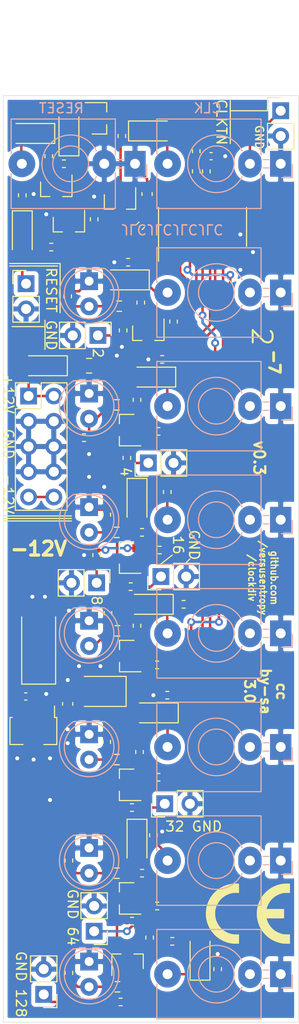
<source format=kicad_pcb>
(kicad_pcb (version 20171130) (host pcbnew "(5.1.10)-1")
  (layers (0 F.Cu signal) (31 B.Cu signal) (34 B.Paste user) (35 F.Paste user) (36 B.SilkS user) (37 F.SilkS user) (38 B.Mask user) (39 F.Mask user) (44 Edge.Cuts user))
  (net 0 "")
  (net 1 GNDREF)
  (net 2 "Net-(C1-Pad1)")
  (net 3 "Net-(D5-Pad2)")
  (net 4 /divider/RESET)
  (net 5 "Net-(D1-Pad2)")
  (net 6 "Net-(D2-Pad2)")
  (net 7 "Net-(J4-PadTN)")
  (net 8 "Net-(J5-PadTN)")
  (net 9 "Net-(J6-PadTN)")
  (net 10 "Net-(J7-PadTN)")
  (net 11 "Net-(J8-PadTN)")
  (net 12 "Net-(J9-PadTN)")
  (net 13 "Net-(D4-Pad2)")
  (net 14 /divider/CLOCK_INV)
  (net 15 "Net-(Q3-Pad3)")
  (net 16 "Net-(Q5-Pad2)")
  (net 17 "Net-(Q5-Pad1)")
  (net 18 "Net-(Q6-Pad2)")
  (net 19 "Net-(Q6-Pad1)")
  (net 20 "Net-(Q7-Pad2)")
  (net 21 "Net-(Q7-Pad1)")
  (net 22 "Net-(Q8-Pad2)")
  (net 23 "Net-(Q8-Pad1)")
  (net 24 "Net-(Q9-Pad2)")
  (net 25 "Net-(Q9-Pad1)")
  (net 26 "Net-(Q10-Pad2)")
  (net 27 "Net-(Q10-Pad1)")
  (net 28 "Net-(Q11-Pad2)")
  (net 29 "Net-(Q11-Pad1)")
  (net 30 +12V)
  (net 31 "Net-(D1-Pad1)")
  (net 32 "Net-(D2-Pad1)")
  (net 33 "Net-(D3-Pad1)")
  (net 34 "Net-(D4-Pad1)")
  (net 35 /divider/OUT1)
  (net 36 "Net-(D7-Pad2)")
  (net 37 /divider/OUT3)
  (net 38 "Net-(D8-Pad2)")
  (net 39 /divider/OUT2)
  (net 40 "Net-(D9-Pad2)")
  (net 41 /divider/OUT4)
  (net 42 "Net-(D10-Pad2)")
  (net 43 /divider/OUT5)
  (net 44 "Net-(D11-Pad2)")
  (net 45 /divider/OUT6)
  (net 46 "Net-(D12-Pad2)")
  (net 47 "Net-(D3-Pad2)")
  (net 48 "Net-(J1-PadTN)")
  (net 49 /divider/OUT7)
  (net 50 "Net-(J11-Pad10)")
  (net 51 "Net-(D6-Pad2)")
  (net 52 "Net-(J12-PadTN)")
  (net 53 "Net-(Q1-Pad1)")
  (net 54 "Net-(Q2-Pad1)")
  (net 55 "Net-(Q3-Pad1)")
  (net 56 +6V)
  (net 57 "Net-(D13-Pad2)")
  (net 58 "Net-(D13-Pad1)")
  (net 59 "Net-(D14-Pad2)")
  (net 60 "Net-(D14-Pad1)")
  (net 61 "Net-(D15-Pad2)")
  (net 62 "Net-(D15-Pad1)")
  (net 63 "Net-(D16-Pad2)")
  (net 64 "Net-(D16-Pad1)")
  (net 65 "Net-(D17-Pad2)")
  (net 66 "Net-(D17-Pad1)")
  (net 67 "Net-(D18-Pad2)")
  (net 68 "Net-(D18-Pad1)")
  (net 69 "Net-(D19-Pad2)")
  (net 70 "Net-(D19-Pad1)")
  (net 71 "Net-(J13-Pad1)")
  (net 72 "Net-(J14-Pad1)")
  (net 73 "Net-(J15-Pad1)")
  (net 74 "Net-(J16-Pad1)")
  (net 75 "Net-(J17-Pad1)")
  (net 76 "Net-(J18-Pad1)")
  (net 77 "Net-(J19-Pad1)")
  (module Symbol:CE-Logo_8.5x6mm_SilkScreen (layer F.Cu) (at 132.334 158.496)
    (fp_text reference REF** hide)
    (fp_text value CE-Logo_8.5x6mm_SilkScreen hide)
  )
  (module Capacitor_SMD:C_0402_1005Metric (layer F.Cu) (at 109.954 136.652 180)
    (fp_text reference C3 hide)
    (fp_text value 330n)
    (pad 2 smd roundrect (at 0.48 0 180) (size 0.56 0.62) (layers F.Cu F.Paste F.Mask) (net 30 +12V))
    (pad 1 smd roundrect (at -0.48 0 180) (size 0.56 0.62) (layers F.Cu F.Paste F.Mask) (net 1 GNDREF))
  )
  (module Capacitor_SMD:C_0402_1005Metric (layer F.Cu) (at 128.623 82.296)
    (fp_text reference C1 hide)
    (fp_text value 1u)
    (pad 2 smd roundrect (at 0.48 0) (size 0.56 0.62) (layers F.Cu F.Paste F.Mask) (net 1 GNDREF))
    (pad 1 smd roundrect (at -0.48 0) (size 0.56 0.62) (layers F.Cu F.Paste F.Mask) (net 2 "Net-(C1-Pad1)"))
  )
  (module Resistor_SMD:R_0402_1005Metric (layer F.Cu) (at 119.507 167.386 180)
    (fp_text reference R52 hide)
    (fp_text value 1k)
    (pad 2 smd roundrect (at 0.51 0 180) (size 0.54 0.64) (layers F.Cu F.Paste F.Mask) (net 77 "Net-(J19-Pad1)"))
    (pad 1 smd roundrect (at -0.51 0 180) (size 0.54 0.64) (layers F.Cu F.Paste F.Mask) (net 16 "Net-(Q5-Pad2)"))
  )
  (module Resistor_SMD:R_0402_1005Metric (layer F.Cu) (at 120.65 159.258)
    (fp_text reference R51 hide)
    (fp_text value 1k)
    (pad 2 smd roundrect (at 0.51 0) (size 0.54 0.64) (layers F.Cu F.Paste F.Mask) (net 76 "Net-(J18-Pad1)"))
    (pad 1 smd roundrect (at -0.51 0) (size 0.54 0.64) (layers F.Cu F.Paste F.Mask) (net 28 "Net-(Q11-Pad2)"))
  )
  (module Resistor_SMD:R_0402_1005Metric (layer F.Cu) (at 120.648 147.828)
    (fp_text reference R50 hide)
    (fp_text value 1k)
    (pad 2 smd roundrect (at 0.51 0) (size 0.54 0.64) (layers F.Cu F.Paste F.Mask) (net 75 "Net-(J17-Pad1)"))
    (pad 1 smd roundrect (at -0.51 0) (size 0.54 0.64) (layers F.Cu F.Paste F.Mask) (net 26 "Net-(Q10-Pad2)"))
  )
  (module Resistor_SMD:R_0402_1005Metric (layer F.Cu) (at 120.523 125.603)
    (fp_text reference R49 hide)
    (fp_text value 1k)
    (pad 2 smd roundrect (at 0.51 0) (size 0.54 0.64) (layers F.Cu F.Paste F.Mask) (net 74 "Net-(J16-Pad1)"))
    (pad 1 smd roundrect (at -0.51 0) (size 0.54 0.64) (layers F.Cu F.Paste F.Mask) (net 24 "Net-(Q9-Pad2)"))
  )
  (module Resistor_SMD:R_0402_1005Metric (layer F.Cu) (at 120.142 112.649 270)
    (fp_text reference R48 hide)
    (fp_text value 1k)
    (pad 2 smd roundrect (at 0.51 0 270) (size 0.54 0.64) (layers F.Cu F.Paste F.Mask) (net 73 "Net-(J15-Pad1)"))
    (pad 1 smd roundrect (at -0.51 0 270) (size 0.54 0.64) (layers F.Cu F.Paste F.Mask) (net 22 "Net-(Q8-Pad2)"))
  )
  (module Resistor_SMD:R_0402_1005Metric (layer F.Cu) (at 117.094 122.43 270)
    (fp_text reference R47 hide)
    (fp_text value 1k)
    (pad 2 smd roundrect (at 0.51 0 270) (size 0.54 0.64) (layers F.Cu F.Paste F.Mask) (net 72 "Net-(J14-Pad1)"))
    (pad 1 smd roundrect (at -0.51 0 270) (size 0.54 0.64) (layers F.Cu F.Paste F.Mask) (net 20 "Net-(Q7-Pad2)"))
  )
  (module Resistor_SMD:R_0402_1005Metric (layer F.Cu) (at 119.761 99.822 270)
    (fp_text reference R46 hide)
    (fp_text value 1k)
    (pad 2 smd roundrect (at 0.51 0 270) (size 0.54 0.64) (layers F.Cu F.Paste F.Mask) (net 71 "Net-(J13-Pad1)"))
    (pad 1 smd roundrect (at -0.51 0 270) (size 0.54 0.64) (layers F.Cu F.Paste F.Mask) (net 18 "Net-(Q6-Pad2)"))
  )
  (module Connector_PinHeader_2.54mm:PinHeader_1x02_P2.54mm_Vertical (layer F.Cu) (at 111.76 166.624 180)
    (fp_text reference J19 hide)
    (fp_text value GND)
    (pad 2 thru_hole oval (at 0 2.54 180) (size 1.7 1.7) (drill 1) (layers *.Cu *.Mask) (net 1 GNDREF))
    (pad 1 thru_hole rect (at 0 0 180) (size 1.7 1.7) (drill 1) (layers *.Cu *.Mask) (net 77 "Net-(J19-Pad1)"))
  )
  (module Connector_PinHeader_2.54mm:PinHeader_1x02_P2.54mm_Vertical (layer F.Cu) (at 116.84 160.274 180)
    (fp_text reference J18 hide)
    (fp_text value GND)
    (pad 2 thru_hole oval (at 0 2.54 180) (size 1.7 1.7) (drill 1) (layers *.Cu *.Mask) (net 1 GNDREF))
    (pad 1 thru_hole rect (at 0 0 180) (size 1.7 1.7) (drill 1) (layers *.Cu *.Mask) (net 76 "Net-(J18-Pad1)"))
  )
  (module Connector_PinHeader_2.54mm:PinHeader_1x02_P2.54mm_Vertical (layer F.Cu) (at 123.952 147.447 90)
    (fp_text reference J17 hide)
    (fp_text value GND)
    (pad 2 thru_hole oval (at 0 2.54 90) (size 1.7 1.7) (drill 1) (layers *.Cu *.Mask) (net 1 GNDREF))
    (pad 1 thru_hole rect (at 0 0 90) (size 1.7 1.7) (drill 1) (layers *.Cu *.Mask) (net 75 "Net-(J17-Pad1)"))
  )
  (module Connector_PinHeader_2.54mm:PinHeader_1x02_P2.54mm_Vertical (layer F.Cu) (at 123.571 124.587 90)
    (fp_text reference J16 hide)
    (fp_text value GND)
    (pad 2 thru_hole oval (at 0 2.54 90) (size 1.7 1.7) (drill 1) (layers *.Cu *.Mask) (net 1 GNDREF))
    (pad 1 thru_hole rect (at 0 0 90) (size 1.7 1.7) (drill 1) (layers *.Cu *.Mask) (net 74 "Net-(J16-Pad1)"))
  )
  (module Connector_PinHeader_2.54mm:PinHeader_1x02_P2.54mm_Vertical (layer F.Cu) (at 122.301 113.157 90)
    (fp_text reference J15 hide)
    (fp_text value GND)
    (pad 2 thru_hole oval (at 0 2.54 90) (size 1.7 1.7) (drill 1) (layers *.Cu *.Mask) (net 1 GNDREF))
    (pad 1 thru_hole rect (at 0 0 90) (size 1.7 1.7) (drill 1) (layers *.Cu *.Mask) (net 73 "Net-(J15-Pad1)"))
  )
  (module Connector_PinHeader_2.54mm:PinHeader_1x02_P2.54mm_Vertical (layer F.Cu) (at 117.094 125.222 270)
    (fp_text reference J14 hide)
    (fp_text value GND)
    (pad 2 thru_hole oval (at 0 2.54 270) (size 1.7 1.7) (drill 1) (layers *.Cu *.Mask) (net 1 GNDREF))
    (pad 1 thru_hole rect (at 0 0 270) (size 1.7 1.7) (drill 1) (layers *.Cu *.Mask) (net 72 "Net-(J14-Pad1)"))
  )
  (module Connector_PinHeader_2.54mm:PinHeader_1x02_P2.54mm_Vertical (layer F.Cu) (at 117.221 100.33 270)
    (fp_text reference J13 hide)
    (fp_text value GND)
    (pad 2 thru_hole oval (at 0 2.54 270) (size 1.7 1.7) (drill 1) (layers *.Cu *.Mask) (net 1 GNDREF))
    (pad 1 thru_hole rect (at 0 0 270) (size 1.7 1.7) (drill 1) (layers *.Cu *.Mask) (net 71 "Net-(J13-Pad1)"))
  )
  (module Resistor_SMD:R_0402_1005Metric (layer F.Cu) (at 114.3 164.465 270)
    (fp_text reference R45 hide)
    (fp_text value 1M)
    (pad 2 smd roundrect (at 0.51 0 270) (size 0.54 0.64) (layers F.Cu F.Paste F.Mask) (net 51 "Net-(D6-Pad2)"))
    (pad 1 smd roundrect (at -0.51 0 270) (size 0.54 0.64) (layers F.Cu F.Paste F.Mask) (net 1 GNDREF))
  )
  (module Resistor_SMD:R_0402_1005Metric (layer F.Cu) (at 129.286 164.084 90)
    (fp_text reference R44 hide)
    (fp_text value 1M)
    (pad 2 smd roundrect (at 0.51 0 90) (size 0.54 0.64) (layers F.Cu F.Paste F.Mask) (net 1 GNDREF))
    (pad 1 smd roundrect (at -0.51 0 90) (size 0.54 0.64) (layers F.Cu F.Paste F.Mask) (net 70 "Net-(D19-Pad1)"))
  )
  (module Resistor_SMD:R_0402_1005Metric (layer F.Cu) (at 114.3 153.162 270)
    (fp_text reference R43 hide)
    (fp_text value 1M)
    (pad 2 smd roundrect (at 0.51 0 270) (size 0.54 0.64) (layers F.Cu F.Paste F.Mask) (net 46 "Net-(D12-Pad2)"))
    (pad 1 smd roundrect (at -0.51 0 270) (size 0.54 0.64) (layers F.Cu F.Paste F.Mask) (net 1 GNDREF))
  )
  (module Resistor_SMD:R_0402_1005Metric (layer F.Cu) (at 122.809 150.62 90)
    (fp_text reference R42 hide)
    (fp_text value 1M)
    (pad 2 smd roundrect (at 0.51 0 90) (size 0.54 0.64) (layers F.Cu F.Paste F.Mask) (net 1 GNDREF))
    (pad 1 smd roundrect (at -0.51 0 90) (size 0.54 0.64) (layers F.Cu F.Paste F.Mask) (net 68 "Net-(D18-Pad1)"))
  )
  (module Resistor_SMD:R_0402_1005Metric (layer F.Cu) (at 118.11 141.224 270)
    (fp_text reference R41 hide)
    (fp_text value 1M)
    (pad 2 smd roundrect (at 0.51 0 270) (size 0.54 0.64) (layers F.Cu F.Paste F.Mask) (net 44 "Net-(D11-Pad2)"))
    (pad 1 smd roundrect (at -0.51 0 270) (size 0.54 0.64) (layers F.Cu F.Paste F.Mask) (net 1 GNDREF))
  )
  (module Resistor_SMD:R_0402_1005Metric (layer F.Cu) (at 124.206 136.525 180)
    (fp_text reference R40 hide)
    (fp_text value 1M)
    (pad 2 smd roundrect (at 0.51 0 180) (size 0.54 0.64) (layers F.Cu F.Paste F.Mask) (net 1 GNDREF))
    (pad 1 smd roundrect (at -0.51 0 180) (size 0.54 0.64) (layers F.Cu F.Paste F.Mask) (net 66 "Net-(D17-Pad1)"))
  )
  (module Resistor_SMD:R_0402_1005Metric (layer F.Cu) (at 118.237 128.268 270)
    (fp_text reference R39 hide)
    (fp_text value 1M)
    (pad 2 smd roundrect (at 0.51 0 270) (size 0.54 0.64) (layers F.Cu F.Paste F.Mask) (net 42 "Net-(D10-Pad2)"))
    (pad 1 smd roundrect (at -0.51 0 270) (size 0.54 0.64) (layers F.Cu F.Paste F.Mask) (net 1 GNDREF))
  )
  (module Resistor_SMD:R_0402_1005Metric (layer F.Cu) (at 125.857 127.381)
    (fp_text reference R38 hide)
    (fp_text value 1M)
    (pad 2 smd roundrect (at 0.51 0) (size 0.54 0.64) (layers F.Cu F.Paste F.Mask) (net 1 GNDREF))
    (pad 1 smd roundrect (at -0.51 0) (size 0.54 0.64) (layers F.Cu F.Paste F.Mask) (net 64 "Net-(D16-Pad1)"))
  )
  (module Resistor_SMD:R_0402_1005Metric (layer F.Cu) (at 115.824 110.617)
    (fp_text reference R37 hide)
    (fp_text value 1M)
    (pad 2 smd roundrect (at 0.51 0) (size 0.54 0.64) (layers F.Cu F.Paste F.Mask) (net 40 "Net-(D9-Pad2)"))
    (pad 1 smd roundrect (at -0.51 0) (size 0.54 0.64) (layers F.Cu F.Paste F.Mask) (net 1 GNDREF))
  )
  (module Resistor_SMD:R_0402_1005Metric (layer F.Cu) (at 123.696 102.743 180)
    (fp_text reference R36 hide)
    (fp_text value 1M)
    (pad 2 smd roundrect (at 0.51 0 180) (size 0.54 0.64) (layers F.Cu F.Paste F.Mask) (net 1 GNDREF))
    (pad 1 smd roundrect (at -0.51 0 180) (size 0.54 0.64) (layers F.Cu F.Paste F.Mask) (net 62 "Net-(D15-Pad1)"))
  )
  (module Resistor_SMD:R_0402_1005Metric (layer F.Cu) (at 118.11 118.362 270)
    (fp_text reference R35 hide)
    (fp_text value 1M)
    (pad 2 smd roundrect (at 0.51 0 270) (size 0.54 0.64) (layers F.Cu F.Paste F.Mask) (net 38 "Net-(D8-Pad2)"))
    (pad 1 smd roundrect (at -0.51 0 270) (size 0.54 0.64) (layers F.Cu F.Paste F.Mask) (net 1 GNDREF))
  )
  (module Resistor_SMD:R_0402_1005Metric (layer F.Cu) (at 124.206 116.076 90)
    (fp_text reference R34 hide)
    (fp_text value 1M)
    (pad 2 smd roundrect (at 0.51 0 90) (size 0.54 0.64) (layers F.Cu F.Paste F.Mask) (net 1 GNDREF))
    (pad 1 smd roundrect (at -0.51 0 90) (size 0.54 0.64) (layers F.Cu F.Paste F.Mask) (net 60 "Net-(D14-Pad1)"))
  )
  (module Resistor_SMD:R_0402_1005Metric (layer F.Cu) (at 114.173 96.393 270)
    (fp_text reference R33 hide)
    (fp_text value 1M)
    (pad 1 smd roundrect (at -0.51 0 270) (size 0.54 0.64) (layers F.Cu F.Paste F.Mask) (net 1 GNDREF))
    (pad 2 smd roundrect (at 0.51 0 270) (size 0.54 0.64) (layers F.Cu F.Paste F.Mask) (net 36 "Net-(D7-Pad2)"))
  )
  (module Resistor_SMD:R_0402_1005Metric (layer F.Cu) (at 120.267 92.964 180)
    (fp_text reference R32 hide)
    (fp_text value 1M)
    (pad 2 smd roundrect (at 0.51 0 180) (size 0.54 0.64) (layers F.Cu F.Paste F.Mask) (net 1 GNDREF))
    (pad 1 smd roundrect (at -0.51 0 180) (size 0.54 0.64) (layers F.Cu F.Paste F.Mask) (net 58 "Net-(D13-Pad1)"))
  )
  (module Diode_SMD:D_SOD-123 (layer F.Cu) (at 127.508 162.941 90)
    (fp_text reference D19 hide)
    (fp_text value 1N4148)
    (pad 2 smd rect (at 1.65 0 90) (size 0.9 1.2) (layers F.Cu F.Paste F.Mask) (net 69 "Net-(D19-Pad2)"))
    (pad 1 smd rect (at -1.65 0 90) (size 0.9 1.2) (layers F.Cu F.Paste F.Mask) (net 70 "Net-(D19-Pad1)"))
  )
  (module Diode_SMD:D_SOD-123 (layer F.Cu) (at 121.158 151.257 270)
    (fp_text reference D18 hide)
    (fp_text value 1N4148)
    (pad 2 smd rect (at 1.65 0 270) (size 0.9 1.2) (layers F.Cu F.Paste F.Mask) (net 67 "Net-(D18-Pad2)"))
    (pad 1 smd rect (at -1.65 0 270) (size 0.9 1.2) (layers F.Cu F.Paste F.Mask) (net 68 "Net-(D18-Pad1)"))
  )
  (module Diode_SMD:D_SOD-123 (layer F.Cu) (at 123.062 138.303 180)
    (fp_text reference D17 hide)
    (fp_text value 1N4148)
    (pad 2 smd rect (at 1.65 0 180) (size 0.9 1.2) (layers F.Cu F.Paste F.Mask) (net 65 "Net-(D17-Pad2)"))
    (pad 1 smd rect (at -1.65 0 180) (size 0.9 1.2) (layers F.Cu F.Paste F.Mask) (net 66 "Net-(D17-Pad1)"))
  )
  (module Diode_SMD:D_SOD-123 (layer F.Cu) (at 122.555 127.381 180)
    (fp_text reference D16 hide)
    (fp_text value 1N4148)
    (pad 2 smd rect (at 1.65 0 180) (size 0.9 1.2) (layers F.Cu F.Paste F.Mask) (net 63 "Net-(D16-Pad2)"))
    (pad 1 smd rect (at -1.65 0 180) (size 0.9 1.2) (layers F.Cu F.Paste F.Mask) (net 64 "Net-(D16-Pad1)"))
  )
  (module Diode_SMD:D_SOD-123 (layer F.Cu) (at 122.808 104.521 180)
    (fp_text reference D15 hide)
    (fp_text value 1N4148)
    (pad 2 smd rect (at 1.65 0 180) (size 0.9 1.2) (layers F.Cu F.Paste F.Mask) (net 61 "Net-(D15-Pad2)"))
    (pad 1 smd rect (at -1.65 0 180) (size 0.9 1.2) (layers F.Cu F.Paste F.Mask) (net 62 "Net-(D15-Pad1)"))
  )
  (module Diode_SMD:D_SOD-123 (layer F.Cu) (at 121.158 116.968 270)
    (fp_text reference D14 hide)
    (fp_text value 1N4148)
    (pad 2 smd rect (at 1.65 0 270) (size 0.9 1.2) (layers F.Cu F.Paste F.Mask) (net 59 "Net-(D14-Pad2)"))
    (pad 1 smd rect (at -1.65 0 270) (size 0.9 1.2) (layers F.Cu F.Paste F.Mask) (net 60 "Net-(D14-Pad1)"))
  )
  (module Diode_SMD:D_SOD-123 (layer F.Cu) (at 120.142 94.742 180)
    (fp_text reference D13 hide)
    (fp_text value 1N4148)
    (pad 2 smd rect (at 1.65 0 180) (size 0.9 1.2) (layers F.Cu F.Paste F.Mask) (net 57 "Net-(D13-Pad2)"))
    (pad 1 smd rect (at -1.65 0 180) (size 0.9 1.2) (layers F.Cu F.Paste F.Mask) (net 58 "Net-(D13-Pad1)"))
  )
  (module Package_TO_SOT_SMD:SOT-89-3 (layer F.Cu) (at 110.72 139.826 270)
    (fp_text reference U2 hide)
    (fp_text value L78L06_SOT89)
    (pad 2 smd custom (at -1.5625 0 270) (size 1.475 0.9) (layers F.Cu F.Paste F.Mask) (net 1 GNDREF) (options (clearance outline) (anchor rect)) (primitives (gr_poly (pts (xy 0.7375 -0.8665) (xy 3.8625 -0.8665) (xy 3.8625 0.8665) (xy 0.7375 0.8665)) (width 0))))
    (pad 3 smd rect (at -1.65 1.5 270) (size 1.3 0.9) (layers F.Cu F.Paste F.Mask) (net 30 +12V))
    (pad 1 smd rect (at -1.65 -1.5 270) (size 1.3 0.9) (layers F.Cu F.Paste F.Mask) (net 56 +6V))
  )
  (module Capacitor_SMD:C_0603_1608Metric (layer F.Cu) (at 114.173 137.401 270)
    (fp_text reference C7 hide)
    (fp_text value 100n)
    (pad 2 smd roundrect (at 0.775 0 270) (size 0.9 0.95) (layers F.Cu F.Paste F.Mask) (net 56 +6V))
    (pad 1 smd roundrect (at -0.775 0 270) (size 0.9 0.95) (layers F.Cu F.Paste F.Mask) (net 1 GNDREF))
  )
  (module Resistor_SMD:R_0402_1005Metric (layer F.Cu) (at 123.19 133.477 180)
    (fp_text reference R22)
    (fp_text value 100k)
    (pad 2 smd roundrect (at 0.51 0 180) (size 0.54 0.64) (layers F.Cu F.Paste F.Mask) (net 25 "Net-(Q9-Pad1)"))
    (pad 1 smd roundrect (at -0.51 0 180) (size 0.54 0.64) (layers F.Cu F.Paste F.Mask) (net 41 /divider/OUT4))
  )
  (module kicad_jacks:Jack_3.5mm_QingPu_WQP-PJ398SM_Vertical_CircularHolesSMALL (layer B.Cu) (at 120.956 83.058 90)
    (fp_text reference J2 hide)
    (fp_text value RESET (at 5.588 -7.418) (layer B.SilkS) (effects (justify mirror)))
    (pad TN thru_hole oval (at 0 -3.1 270) (size 2.8 2.35) (drill 1) (layers *.Cu *.Mask) (net 1 GNDREF))
    (pad S thru_hole rect (at 0 0 270) (size 2.6 2.15) (drill 1) (layers *.Cu *.Mask) (net 1 GNDREF))
    (pad T thru_hole circle (at 0 -11.4 270) (size 2.7 2.7) (drill 1) (layers *.Cu *.Mask) (net 6 "Net-(D2-Pad2)"))
  )
  (module Resistor_SMD:R_0603_1608Metric (layer F.Cu) (at 119.189 165.862 180)
    (fp_text reference R31)
    (fp_text value 470)
    (pad 2 smd roundrect (at 0.825 0 180) (size 0.8 0.95) (layers F.Cu F.Paste F.Mask) (net 51 "Net-(D6-Pad2)"))
    (pad 1 smd roundrect (at -0.825 0 180) (size 0.8 0.95) (layers F.Cu F.Paste F.Mask) (net 16 "Net-(Q5-Pad2)"))
  )
  (module Resistor_SMD:R_0603_1608Metric (layer F.Cu) (at 119.126 154.432 180)
    (fp_text reference R30)
    (fp_text value 470)
    (pad 2 smd roundrect (at 0.825 0 180) (size 0.8 0.95) (layers F.Cu F.Paste F.Mask) (net 46 "Net-(D12-Pad2)"))
    (pad 1 smd roundrect (at -0.825 0 180) (size 0.8 0.95) (layers F.Cu F.Paste F.Mask) (net 28 "Net-(Q11-Pad2)"))
  )
  (module Resistor_SMD:R_0603_1608Metric (layer F.Cu) (at 119.126 143.002 180)
    (fp_text reference R27)
    (fp_text value 470)
    (pad 2 smd roundrect (at 0.825 0 180) (size 0.8 0.95) (layers F.Cu F.Paste F.Mask) (net 44 "Net-(D11-Pad2)"))
    (pad 1 smd roundrect (at -0.825 0 180) (size 0.8 0.95) (layers F.Cu F.Paste F.Mask) (net 26 "Net-(Q10-Pad2)"))
  )
  (module Resistor_SMD:R_0603_1608Metric (layer F.Cu) (at 119.189 130.048 180)
    (fp_text reference R24)
    (fp_text value 470)
    (pad 2 smd roundrect (at 0.825 0 180) (size 0.8 0.95) (layers F.Cu F.Paste F.Mask) (net 42 "Net-(D10-Pad2)"))
    (pad 1 smd roundrect (at -0.825 0 180) (size 0.8 0.95) (layers F.Cu F.Paste F.Mask) (net 24 "Net-(Q9-Pad2)"))
  )
  (module Resistor_SMD:R_0603_1608Metric (layer F.Cu) (at 119.126 107.315 180)
    (fp_text reference R21)
    (fp_text value 470)
    (pad 2 smd roundrect (at 0.825 0 180) (size 0.8 0.95) (layers F.Cu F.Paste F.Mask) (net 40 "Net-(D9-Pad2)"))
    (pad 1 smd roundrect (at -0.825 0 180) (size 0.8 0.95) (layers F.Cu F.Paste F.Mask) (net 22 "Net-(Q8-Pad2)"))
  )
  (module Resistor_SMD:R_0603_1608Metric (layer F.Cu) (at 119.126 120.142 180)
    (fp_text reference R18)
    (fp_text value 470)
    (pad 2 smd roundrect (at 0.825 0 180) (size 0.8 0.95) (layers F.Cu F.Paste F.Mask) (net 38 "Net-(D8-Pad2)"))
    (pad 1 smd roundrect (at -0.825 0 180) (size 0.8 0.95) (layers F.Cu F.Paste F.Mask) (net 20 "Net-(Q7-Pad2)"))
  )
  (module Resistor_SMD:R_0603_1608Metric (layer F.Cu) (at 119.3678 97.3836 180)
    (fp_text reference R15)
    (fp_text value 470)
    (pad 2 smd roundrect (at 0.825 0 180) (size 0.8 0.95) (layers F.Cu F.Paste F.Mask) (net 36 "Net-(D7-Pad2)"))
    (pad 1 smd roundrect (at -0.825 0 180) (size 0.8 0.95) (layers F.Cu F.Paste F.Mask) (net 18 "Net-(Q6-Pad2)"))
  )
  (module Resistor_SMD:R_0402_1005Metric (layer F.Cu) (at 121.518624 89.301376 225)
    (fp_text reference R8)
    (fp_text value 10k)
    (pad 2 smd roundrect (at 0.51 0 225) (size 0.54 0.64) (layers F.Cu F.Paste F.Mask) (net 14 /divider/CLOCK_INV))
    (pad 1 smd roundrect (at -0.51 0 225) (size 0.54 0.64) (layers F.Cu F.Paste F.Mask) (net 30 +12V))
  )
  (module Connector_PinHeader_2.54mm:PinHeader_1x02_P2.54mm_Vertical (layer F.Cu) (at 135.636 77.724)
    (fp_text reference J10 hide)
    (fp_text value "CLKTN GND")
    (pad 2 thru_hole oval (at 0 2.54) (size 1.7 1.7) (drill 1) (layers *.Cu *.Mask) (net 1 GNDREF))
    (pad 1 thru_hole rect (at 0 0) (size 1.7 1.7) (drill 1) (layers *.Cu *.Mask) (net 48 "Net-(J1-PadTN)"))
  )
  (module Connector_PinHeader_2.54mm:PinHeader_1x02_P2.54mm_Vertical (layer F.Cu) (at 109.982 95.123)
    (fp_text reference J3)
    (fp_text value "RESET GND")
    (pad 2 thru_hole oval (at 0 2.54) (size 1.7 1.7) (drill 1) (layers *.Cu *.Mask) (net 1 GNDREF))
    (pad 1 thru_hole rect (at 0 0) (size 1.7 1.7) (drill 1) (layers *.Cu *.Mask) (net 47 "Net-(D3-Pad2)"))
  )
  (module Capacitor_Tantalum_SMD:CP_EIA-3528-21_Kemet-B (layer F.Cu) (at 117.602 136.144 180)
    (fp_text reference C6)
    (fp_text value 22u)
    (pad 2 smd roundrect (at 1.5375 0 180) (size 1.325 2.35) (layers F.Cu F.Paste F.Mask) (roundrect_rratio 0.1886769811320755) (net 1 GNDREF))
    (pad 1 smd roundrect (at -1.5375 0 180) (size 1.325 2.35) (layers F.Cu F.Paste F.Mask) (roundrect_rratio 0.1886769811320755) (net 56 +6V))
  )
  (module Capacitor_Tantalum_SMD:CP_EIA-6032-28_Kemet-C (layer F.Cu) (at 111.252 131.6495 90)
    (fp_text reference C5)
    (fp_text value 10u)
    (pad 2 smd roundrect (at 2.4625 0 90) (size 2.075 2.35) (layers F.Cu F.Paste F.Mask) (roundrect_rratio 0.1204819277108434) (net 1 GNDREF))
    (pad 1 smd roundrect (at -2.4625 0 90) (size 2.075 2.35) (layers F.Cu F.Paste F.Mask) (roundrect_rratio 0.1204819277108434) (net 30 +12V))
  )
  (module Resistor_SMD:R_0402_1005Metric (layer F.Cu) (at 124.714 161.29)
    (fp_text reference R12)
    (fp_text value 1k)
    (pad 2 smd roundrect (at 0.51 0) (size 0.54 0.64) (layers F.Cu F.Paste F.Mask) (net 69 "Net-(D19-Pad2)"))
    (pad 1 smd roundrect (at -0.51 0) (size 0.54 0.64) (layers F.Cu F.Paste F.Mask) (net 16 "Net-(Q5-Pad2)"))
  )
  (module Resistor_SMD:R_0402_1005Metric (layer F.Cu) (at 122.428 160.907 270)
    (fp_text reference R10)
    (fp_text value 100k)
    (pad 2 smd roundrect (at 0.51 0 270) (size 0.54 0.64) (layers F.Cu F.Paste F.Mask) (net 17 "Net-(Q5-Pad1)"))
    (pad 1 smd roundrect (at -0.51 0 270) (size 0.54 0.64) (layers F.Cu F.Paste F.Mask) (net 49 /divider/OUT7))
  )
  (module Package_TO_SOT_SMD:SOT-23 (layer F.Cu) (at 120.208 163.322 90)
    (fp_text reference Q5)
    (fp_text value 2N3904)
    (pad 3 smd rect (at 1 0 90) (size 0.9 0.8) (layers F.Cu F.Paste F.Mask) (net 56 +6V))
    (pad 2 smd rect (at -1 0.95 90) (size 0.9 0.8) (layers F.Cu F.Paste F.Mask) (net 16 "Net-(Q5-Pad2)"))
    (pad 1 smd rect (at -1 -0.95 90) (size 0.9 0.8) (layers F.Cu F.Paste F.Mask) (net 17 "Net-(Q5-Pad1)"))
  )
  (module kicad_jacks:Jack_3.5mm_QingPu_WQP-PJ398SM_Vertical_CircularHolesSMALL (layer B.Cu) (at 135.636 164.592 90)
    (fp_text reference J12 hide)
    (fp_text value OUT)
    (pad TN thru_hole oval (at 0 -3.1 270) (size 2.8 2.35) (drill 1) (layers *.Cu *.Mask) (net 52 "Net-(J12-PadTN)"))
    (pad S thru_hole rect (at 0 0 270) (size 2.6 2.15) (drill 1) (layers *.Cu *.Mask) (net 1 GNDREF))
    (pad T thru_hole circle (at 0 -11.4 270) (size 2.7 2.7) (drill 1) (layers *.Cu *.Mask) (net 70 "Net-(D19-Pad1)"))
  )
  (module LED_THT:LED_D5.0mm (layer B.Cu) (at 116.332 163.322 270)
    (fp_text reference D6)
    (fp_text value LED)
    (pad 2 thru_hole circle (at 2.54 0 270) (size 1.8 1.8) (drill 0.9) (layers *.Cu *.Mask) (net 51 "Net-(D6-Pad2)"))
    (pad 1 thru_hole rect (at 0 0 270) (size 1.8 1.8) (drill 0.9) (layers *.Cu *.Mask) (net 1 GNDREF))
  )
  (module Package_SO:SOIC-14_3.9x8.7mm_P1.27mm (layer F.Cu) (at 127.762 89.408 90)
    (fp_text reference U1)
    (fp_text value 4024)
    (pad 14 smd roundrect (at 2.475 -3.81 90) (size 1.95 0.6) (layers F.Cu F.Paste F.Mask) (net 30 +12V))
    (pad 13 smd roundrect (at 2.475 -2.54 90) (size 1.95 0.6) (layers F.Cu F.Paste F.Mask))
    (pad 12 smd roundrect (at 2.475 -1.27 90) (size 1.95 0.6) (layers F.Cu F.Paste F.Mask) (net 35 /divider/OUT1))
    (pad 11 smd roundrect (at 2.475 0 90) (size 1.95 0.6) (layers F.Cu F.Paste F.Mask) (net 39 /divider/OUT2))
    (pad 10 smd roundrect (at 2.475 1.27 90) (size 1.95 0.6) (layers F.Cu F.Paste F.Mask))
    (pad 9 smd roundrect (at 2.475 2.54 90) (size 1.95 0.6) (layers F.Cu F.Paste F.Mask) (net 37 /divider/OUT3))
    (pad 8 smd roundrect (at 2.475 3.81 90) (size 1.95 0.6) (layers F.Cu F.Paste F.Mask))
    (pad 7 smd roundrect (at -2.475 3.81 90) (size 1.95 0.6) (layers F.Cu F.Paste F.Mask) (net 1 GNDREF))
    (pad 6 smd roundrect (at -2.475 2.54 90) (size 1.95 0.6) (layers F.Cu F.Paste F.Mask) (net 41 /divider/OUT4))
    (pad 5 smd roundrect (at -2.475 1.27 90) (size 1.95 0.6) (layers F.Cu F.Paste F.Mask) (net 43 /divider/OUT5))
    (pad 4 smd roundrect (at -2.475 0 90) (size 1.95 0.6) (layers F.Cu F.Paste F.Mask) (net 45 /divider/OUT6))
    (pad 3 smd roundrect (at -2.475 -1.27 90) (size 1.95 0.6) (layers F.Cu F.Paste F.Mask) (net 49 /divider/OUT7))
    (pad 2 smd roundrect (at -2.475 -2.54 90) (size 1.95 0.6) (layers F.Cu F.Paste F.Mask) (net 4 /divider/RESET))
    (pad 1 smd roundrect (at -2.475 -3.81 90) (size 1.95 0.6) (layers F.Cu F.Paste F.Mask) (net 14 /divider/CLOCK_INV))
  )
  (module Resistor_SMD:R_0402_1005Metric (layer F.Cu) (at 112.522 91.44)
    (fp_text reference R11)
    (fp_text value 10k)
    (pad 2 smd roundrect (at 0.51 0) (size 0.54 0.64) (layers F.Cu F.Paste F.Mask) (net 4 /divider/RESET))
    (pad 1 smd roundrect (at -0.51 0) (size 0.54 0.64) (layers F.Cu F.Paste F.Mask) (net 30 +12V))
  )
  (module Connector_PinHeader_2.54mm:PinHeader_2x05_P2.54mm_Vertical (layer F.Cu) (at 110.236 106.426)
    (fp_text reference J11)
    (fp_text value "+12V  GND  -12V")
    (pad 10 thru_hole oval (at 2.54 10.16) (size 1.7 1.7) (drill 1) (layers *.Cu *.Mask) (net 50 "Net-(J11-Pad10)"))
    (pad 9 thru_hole oval (at 0 10.16) (size 1.7 1.7) (drill 1) (layers *.Cu *.Mask) (net 50 "Net-(J11-Pad10)"))
    (pad 8 thru_hole oval (at 2.54 7.62) (size 1.7 1.7) (drill 1) (layers *.Cu *.Mask) (net 1 GNDREF))
    (pad 7 thru_hole oval (at 0 7.62) (size 1.7 1.7) (drill 1) (layers *.Cu *.Mask) (net 1 GNDREF))
    (pad 6 thru_hole oval (at 2.54 5.08) (size 1.7 1.7) (drill 1) (layers *.Cu *.Mask) (net 1 GNDREF))
    (pad 5 thru_hole oval (at 0 5.08) (size 1.7 1.7) (drill 1) (layers *.Cu *.Mask) (net 1 GNDREF))
    (pad 4 thru_hole oval (at 2.54 2.54) (size 1.7 1.7) (drill 1) (layers *.Cu *.Mask) (net 1 GNDREF))
    (pad 3 thru_hole oval (at 0 2.54) (size 1.7 1.7) (drill 1) (layers *.Cu *.Mask) (net 1 GNDREF))
    (pad 2 thru_hole oval (at 2.54 0) (size 1.7 1.7) (drill 1) (layers *.Cu *.Mask) (net 3 "Net-(D5-Pad2)"))
    (pad 1 thru_hole rect (at 0 0) (size 1.7 1.7) (drill 1) (layers *.Cu *.Mask) (net 3 "Net-(D5-Pad2)"))
  )
  (module Diode_SMD:D_SOD-123 (layer F.Cu) (at 111.888 103.378 180)
    (fp_text reference D5)
    (fp_text value 1N4148)
    (pad 2 smd rect (at 1.65 0 180) (size 0.9 1.2) (layers F.Cu F.Paste F.Mask) (net 3 "Net-(D5-Pad2)"))
    (pad 1 smd rect (at -1.65 0 180) (size 0.9 1.2) (layers F.Cu F.Paste F.Mask) (net 30 +12V))
  )
  (module Capacitor_SMD:C_0805_2012Metric (layer F.Cu) (at 116.332 103.378)
    (fp_text reference C4)
    (fp_text value 22u)
    (pad 2 smd roundrect (at 0.95 0) (size 1 1.45) (layers F.Cu F.Paste F.Mask) (net 1 GNDREF))
    (pad 1 smd roundrect (at -0.95 0) (size 1 1.45) (layers F.Cu F.Paste F.Mask) (net 30 +12V))
  )
  (module Diode_SMD:D_SOD-123 (layer F.Cu) (at 114.3 80.01 90)
    (fp_text reference D4)
    (fp_text value 1N4148)
    (pad 2 smd rect (at 1.65 0 90) (size 0.9 1.2) (layers F.Cu F.Paste F.Mask) (net 13 "Net-(D4-Pad2)"))
    (pad 1 smd rect (at -1.65 0 90) (size 0.9 1.2) (layers F.Cu F.Paste F.Mask) (net 34 "Net-(D4-Pad1)"))
  )
  (module Diode_SMD:D_SOD-123 (layer F.Cu) (at 109.601 90.043 270)
    (fp_text reference D3)
    (fp_text value 1N4148)
    (pad 2 smd rect (at 1.65 0 270) (size 0.9 1.2) (layers F.Cu F.Paste F.Mask) (net 47 "Net-(D3-Pad2)"))
    (pad 1 smd rect (at -1.65 0 270) (size 0.9 1.2) (layers F.Cu F.Paste F.Mask) (net 33 "Net-(D3-Pad1)"))
  )
  (module Diode_SMD:D_SOD-123 (layer F.Cu) (at 110.618 80.01 180)
    (fp_text reference D2)
    (fp_text value 1N4148)
    (pad 2 smd rect (at 1.65 0 180) (size 0.9 1.2) (layers F.Cu F.Paste F.Mask) (net 6 "Net-(D2-Pad2)"))
    (pad 1 smd rect (at -1.65 0 180) (size 0.9 1.2) (layers F.Cu F.Paste F.Mask) (net 32 "Net-(D2-Pad1)"))
  )
  (module Diode_SMD:D_SOD-123 (layer F.Cu) (at 122.556 79.756)
    (fp_text reference D1)
    (fp_text value 1N4148)
    (pad 2 smd rect (at 1.65 0) (size 0.9 1.2) (layers F.Cu F.Paste F.Mask) (net 5 "Net-(D1-Pad2)"))
    (pad 1 smd rect (at -1.65 0) (size 0.9 1.2) (layers F.Cu F.Paste F.Mask) (net 31 "Net-(D1-Pad1)"))
  )
  (module Capacitor_SMD:C_0603_1608Metric (layer F.Cu) (at 122.174 86.106 270)
    (fp_text reference C2)
    (fp_text value 100n)
    (pad 2 smd roundrect (at 0.775 0 270) (size 0.9 0.95) (layers F.Cu F.Paste F.Mask) (net 30 +12V))
    (pad 1 smd roundrect (at -0.775 0 270) (size 0.9 0.95) (layers F.Cu F.Paste F.Mask) (net 1 GNDREF))
  )
  (module LED_THT:LED_D5.0mm (layer B.Cu) (at 116.332 151.892 270)
    (fp_text reference D12)
    (fp_text value LED)
    (pad 2 thru_hole circle (at 2.54 0 270) (size 1.8 1.8) (drill 0.9) (layers *.Cu *.Mask) (net 46 "Net-(D12-Pad2)"))
    (pad 1 thru_hole rect (at 0 0 270) (size 1.8 1.8) (drill 0.9) (layers *.Cu *.Mask) (net 1 GNDREF))
  )
  (module LED_THT:LED_D5.0mm (layer B.Cu) (at 116.332 140.462 270)
    (fp_text reference D11)
    (fp_text value LED)
    (pad 2 thru_hole circle (at 2.54 0 270) (size 1.8 1.8) (drill 0.9) (layers *.Cu *.Mask) (net 44 "Net-(D11-Pad2)"))
    (pad 1 thru_hole rect (at 0 0 270) (size 1.8 1.8) (drill 0.9) (layers *.Cu *.Mask) (net 1 GNDREF))
  )
  (module LED_THT:LED_D5.0mm (layer B.Cu) (at 116.332 129.032 270)
    (fp_text reference D10)
    (fp_text value LED)
    (pad 2 thru_hole circle (at 2.54 0 270) (size 1.8 1.8) (drill 0.9) (layers *.Cu *.Mask) (net 42 "Net-(D10-Pad2)"))
    (pad 1 thru_hole rect (at 0 0 270) (size 1.8 1.8) (drill 0.9) (layers *.Cu *.Mask) (net 1 GNDREF))
  )
  (module LED_THT:LED_D5.0mm (layer B.Cu) (at 116.332 106.172 270)
    (fp_text reference D9)
    (fp_text value LED)
    (pad 2 thru_hole circle (at 2.54 0 270) (size 1.8 1.8) (drill 0.9) (layers *.Cu *.Mask) (net 40 "Net-(D9-Pad2)"))
    (pad 1 thru_hole rect (at 0 0 270) (size 1.8 1.8) (drill 0.9) (layers *.Cu *.Mask) (net 1 GNDREF))
  )
  (module LED_THT:LED_D5.0mm (layer B.Cu) (at 116.332 117.602 270)
    (fp_text reference D8)
    (fp_text value LED)
    (pad 2 thru_hole circle (at 2.54 0 270) (size 1.8 1.8) (drill 0.9) (layers *.Cu *.Mask) (net 38 "Net-(D8-Pad2)"))
    (pad 1 thru_hole rect (at 0 0 270) (size 1.8 1.8) (drill 0.9) (layers *.Cu *.Mask) (net 1 GNDREF))
  )
  (module LED_THT:LED_D5.0mm (layer B.Cu) (at 116.332 94.869 270)
    (fp_text reference D7 hide)
    (fp_text value LED hide)
    (pad 2 thru_hole circle (at 2.54 0 270) (size 1.8 1.8) (drill 0.9) (layers *.Cu *.Mask) (net 36 "Net-(D7-Pad2)"))
    (pad 1 thru_hole rect (at 0 0 270) (size 1.8 1.8) (drill 0.9) (layers *.Cu *.Mask) (net 1 GNDREF))
  )
  (module Resistor_SMD:R_0402_1005Metric (layer F.Cu) (at 121.668 154.432)
    (fp_text reference R29)
    (fp_text value 1k)
    (pad 2 smd roundrect (at 0.51 0) (size 0.54 0.64) (layers F.Cu F.Paste F.Mask) (net 67 "Net-(D18-Pad2)"))
    (pad 1 smd roundrect (at -0.51 0) (size 0.54 0.64) (layers F.Cu F.Paste F.Mask) (net 28 "Net-(Q11-Pad2)"))
  )
  (module Resistor_SMD:R_0402_1005Metric (layer F.Cu) (at 123.19 157.734 180)
    (fp_text reference R28)
    (fp_text value 100k)
    (pad 2 smd roundrect (at 0.51 0 180) (size 0.54 0.64) (layers F.Cu F.Paste F.Mask) (net 29 "Net-(Q11-Pad1)"))
    (pad 1 smd roundrect (at -0.51 0 180) (size 0.54 0.64) (layers F.Cu F.Paste F.Mask) (net 45 /divider/OUT6))
  )
  (module Resistor_SMD:R_0402_1005Metric (layer F.Cu) (at 121.412 142.24 90)
    (fp_text reference R26)
    (fp_text value 1k)
    (pad 2 smd roundrect (at 0.51 0 90) (size 0.54 0.64) (layers F.Cu F.Paste F.Mask) (net 65 "Net-(D17-Pad2)"))
    (pad 1 smd roundrect (at -0.51 0 90) (size 0.54 0.64) (layers F.Cu F.Paste F.Mask) (net 26 "Net-(Q10-Pad2)"))
  )
  (module Resistor_SMD:R_0402_1005Metric (layer F.Cu) (at 123.319 144.78 180)
    (fp_text reference R25)
    (fp_text value 100k)
    (pad 2 smd roundrect (at 0.51 0 180) (size 0.54 0.64) (layers F.Cu F.Paste F.Mask) (net 27 "Net-(Q10-Pad1)"))
    (pad 1 smd roundrect (at -0.51 0 180) (size 0.54 0.64) (layers F.Cu F.Paste F.Mask) (net 43 /divider/OUT5))
  )
  (module Resistor_SMD:R_0402_1005Metric (layer F.Cu) (at 121.158 129.54 90)
    (fp_text reference R23)
    (fp_text value 1k)
    (pad 2 smd roundrect (at 0.51 0 90) (size 0.54 0.64) (layers F.Cu F.Paste F.Mask) (net 63 "Net-(D16-Pad2)"))
    (pad 1 smd roundrect (at -0.51 0 90) (size 0.54 0.64) (layers F.Cu F.Paste F.Mask) (net 24 "Net-(Q9-Pad2)"))
  )
  (module Resistor_SMD:R_0402_1005Metric (layer F.Cu) (at 121.158 106.805 90)
    (fp_text reference R20)
    (fp_text value 1k)
    (pad 2 smd roundrect (at 0.51 0 90) (size 0.54 0.64) (layers F.Cu F.Paste F.Mask) (net 61 "Net-(D15-Pad2)"))
    (pad 1 smd roundrect (at -0.51 0 90) (size 0.54 0.64) (layers F.Cu F.Paste F.Mask) (net 22 "Net-(Q8-Pad2)"))
  )
  (module Resistor_SMD:R_0402_1005Metric (layer F.Cu) (at 123.317 109.982 180)
    (fp_text reference R19)
    (fp_text value 100k)
    (pad 1 smd roundrect (at -0.51 0 180) (size 0.54 0.64) (layers F.Cu F.Paste F.Mask) (net 39 /divider/OUT2))
    (pad 2 smd roundrect (at 0.51 0 180) (size 0.54 0.64) (layers F.Cu F.Paste F.Mask) (net 23 "Net-(Q8-Pad1)"))
  )
  (module Resistor_SMD:R_0402_1005Metric (layer F.Cu) (at 121.668 120.142)
    (fp_text reference R17)
    (fp_text value 1k)
    (pad 2 smd roundrect (at 0.51 0) (size 0.54 0.64) (layers F.Cu F.Paste F.Mask) (net 59 "Net-(D14-Pad2)"))
    (pad 1 smd roundrect (at -0.51 0) (size 0.54 0.64) (layers F.Cu F.Paste F.Mask) (net 20 "Net-(Q7-Pad2)"))
  )
  (module Resistor_SMD:R_0402_1005Metric (layer F.Cu) (at 123.444 121.92 180)
    (fp_text reference R16)
    (fp_text value 100k)
    (pad 2 smd roundrect (at 0.51 0 180) (size 0.54 0.64) (layers F.Cu F.Paste F.Mask) (net 21 "Net-(Q7-Pad1)"))
    (pad 1 smd roundrect (at -0.51 0 180) (size 0.54 0.64) (layers F.Cu F.Paste F.Mask) (net 37 /divider/OUT3))
  )
  (module Resistor_SMD:R_0402_1005Metric (layer F.Cu) (at 121.539 97.026 90)
    (fp_text reference R14)
    (fp_text value 1k)
    (pad 2 smd roundrect (at 0.51 0 90) (size 0.54 0.64) (layers F.Cu F.Paste F.Mask) (net 57 "Net-(D13-Pad2)"))
    (pad 1 smd roundrect (at -0.51 0 90) (size 0.54 0.64) (layers F.Cu F.Paste F.Mask) (net 18 "Net-(Q6-Pad2)"))
  )
  (module Resistor_SMD:R_0402_1005Metric (layer F.Cu) (at 124.841 98.931 270)
    (fp_text reference R13)
    (fp_text value 100k)
    (pad 2 smd roundrect (at 0.51 0 270) (size 0.54 0.64) (layers F.Cu F.Paste F.Mask) (net 19 "Net-(Q6-Pad1)"))
    (pad 1 smd roundrect (at -0.51 0 270) (size 0.54 0.64) (layers F.Cu F.Paste F.Mask) (net 35 /divider/OUT1))
  )
  (module Resistor_SMD:R_0402_1005Metric (layer F.Cu) (at 116.84 88.646 90)
    (fp_text reference R9)
    (fp_text value 10k)
    (pad 2 smd roundrect (at 0.51 0 90) (size 0.54 0.64) (layers F.Cu F.Paste F.Mask) (net 15 "Net-(Q3-Pad3)"))
    (pad 1 smd roundrect (at -0.51 0 90) (size 0.54 0.64) (layers F.Cu F.Paste F.Mask) (net 30 +12V))
  )
  (module Resistor_SMD:R_0402_1005Metric (layer F.Cu) (at 113.792 83.058 180)
    (fp_text reference R7)
    (fp_text value 47k)
    (pad 2 smd roundrect (at 0.51 0 180) (size 0.54 0.64) (layers F.Cu F.Paste F.Mask) (net 55 "Net-(Q3-Pad1)"))
    (pad 1 smd roundrect (at -0.51 0 180) (size 0.54 0.64) (layers F.Cu F.Paste F.Mask) (net 34 "Net-(D4-Pad1)"))
  )
  (module Resistor_SMD:R_0402_1005Metric (layer F.Cu) (at 109.601 86.233 90)
    (fp_text reference R6)
    (fp_text value 47k)
    (pad 2 smd roundrect (at 0.51 0 90) (size 0.54 0.64) (layers F.Cu F.Paste F.Mask) (net 55 "Net-(Q3-Pad1)"))
    (pad 1 smd roundrect (at -0.51 0 90) (size 0.54 0.64) (layers F.Cu F.Paste F.Mask) (net 33 "Net-(D3-Pad1)"))
  )
  (module Resistor_SMD:R_0402_1005Metric (layer F.Cu) (at 112.268 82.296 270)
    (fp_text reference R5)
    (fp_text value 47k)
    (pad 2 smd roundrect (at 0.51 0 270) (size 0.54 0.64) (layers F.Cu F.Paste F.Mask) (net 55 "Net-(Q3-Pad1)"))
    (pad 1 smd roundrect (at -0.51 0 270) (size 0.54 0.64) (layers F.Cu F.Paste F.Mask) (net 32 "Net-(D2-Pad1)"))
  )
  (module Resistor_SMD:R_0402_1005Metric (layer F.Cu) (at 119.634 80.264 270)
    (fp_text reference R4)
    (fp_text value 47k)
    (pad 2 smd roundrect (at 0.51 0 270) (size 0.54 0.64) (layers F.Cu F.Paste F.Mask) (net 54 "Net-(Q2-Pad1)"))
    (pad 1 smd roundrect (at -0.51 0 270) (size 0.54 0.64) (layers F.Cu F.Paste F.Mask) (net 31 "Net-(D1-Pad1)"))
  )
  (module Resistor_SMD:R_0402_1005Metric (layer F.Cu) (at 127.127 83.82 90)
    (fp_text reference R3)
    (fp_text value 10k)
    (pad 2 smd roundrect (at 0.51 0 90) (size 0.54 0.64) (layers F.Cu F.Paste F.Mask) (net 13 "Net-(D4-Pad2)"))
    (pad 1 smd roundrect (at -0.51 0 90) (size 0.54 0.64) (layers F.Cu F.Paste F.Mask) (net 30 +12V))
  )
  (module Resistor_SMD:R_0402_1005Metric (layer F.Cu) (at 127.127 81.788 270)
    (fp_text reference R2)
    (fp_text value 10k)
    (pad 2 smd roundrect (at 0.51 0 270) (size 0.54 0.64) (layers F.Cu F.Paste F.Mask) (net 2 "Net-(C1-Pad1)"))
    (pad 1 smd roundrect (at -0.51 0 270) (size 0.54 0.64) (layers F.Cu F.Paste F.Mask) (net 53 "Net-(Q1-Pad1)"))
  )
  (module Resistor_SMD:R_0402_1005Metric (layer F.Cu) (at 128.143 83.82 270)
    (fp_text reference R1)
    (fp_text value 100k)
    (pad 2 smd roundrect (at 0.51 0 270) (size 0.54 0.64) (layers F.Cu F.Paste F.Mask) (net 30 +12V))
    (pad 1 smd roundrect (at -0.51 0 270) (size 0.54 0.64) (layers F.Cu F.Paste F.Mask) (net 2 "Net-(C1-Pad1)"))
  )
  (module Package_TO_SOT_SMD:SOT-23 (layer F.Cu) (at 120.142 156.972 180)
    (fp_text reference Q11)
    (fp_text value 2N3904)
    (pad 3 smd rect (at 1 0 180) (size 0.9 0.8) (layers F.Cu F.Paste F.Mask) (net 56 +6V))
    (pad 2 smd rect (at -1 0.95 180) (size 0.9 0.8) (layers F.Cu F.Paste F.Mask) (net 28 "Net-(Q11-Pad2)"))
    (pad 1 smd rect (at -1 -0.95 180) (size 0.9 0.8) (layers F.Cu F.Paste F.Mask) (net 29 "Net-(Q11-Pad1)"))
  )
  (module Package_TO_SOT_SMD:SOT-23 (layer F.Cu) (at 120.142 145.542 180)
    (fp_text reference Q10)
    (fp_text value 2N3904)
    (pad 3 smd rect (at 1 0 180) (size 0.9 0.8) (layers F.Cu F.Paste F.Mask) (net 56 +6V))
    (pad 2 smd rect (at -1 0.95 180) (size 0.9 0.8) (layers F.Cu F.Paste F.Mask) (net 26 "Net-(Q10-Pad2)"))
    (pad 1 smd rect (at -1 -0.95 180) (size 0.9 0.8) (layers F.Cu F.Paste F.Mask) (net 27 "Net-(Q10-Pad1)"))
  )
  (module Package_TO_SOT_SMD:SOT-23 (layer F.Cu) (at 120.158 132.588 180)
    (fp_text reference Q9)
    (fp_text value 2N3904)
    (pad 3 smd rect (at 1 0 180) (size 0.9 0.8) (layers F.Cu F.Paste F.Mask) (net 56 +6V))
    (pad 2 smd rect (at -1 0.95 180) (size 0.9 0.8) (layers F.Cu F.Paste F.Mask) (net 24 "Net-(Q9-Pad2)"))
    (pad 1 smd rect (at -1 -0.95 180) (size 0.9 0.8) (layers F.Cu F.Paste F.Mask) (net 25 "Net-(Q9-Pad1)"))
  )
  (module Package_TO_SOT_SMD:SOT-23 (layer F.Cu) (at 120.142 109.855 180)
    (fp_text reference Q8)
    (fp_text value 2N3904)
    (pad 3 smd rect (at 1 0 180) (size 0.9 0.8) (layers F.Cu F.Paste F.Mask) (net 56 +6V))
    (pad 2 smd rect (at -1 0.95 180) (size 0.9 0.8) (layers F.Cu F.Paste F.Mask) (net 22 "Net-(Q8-Pad2)"))
    (pad 1 smd rect (at -1 -0.95 180) (size 0.9 0.8) (layers F.Cu F.Paste F.Mask) (net 23 "Net-(Q8-Pad1)"))
  )
  (module Package_TO_SOT_SMD:SOT-23 (layer F.Cu) (at 120.142 122.682 180)
    (fp_text reference Q7)
    (fp_text value 2N3904)
    (pad 3 smd rect (at 1 0 180) (size 0.9 0.8) (layers F.Cu F.Paste F.Mask) (net 56 +6V))
    (pad 2 smd rect (at -1 0.95 180) (size 0.9 0.8) (layers F.Cu F.Paste F.Mask) (net 20 "Net-(Q7-Pad2)"))
    (pad 1 smd rect (at -1 -0.95 180) (size 0.9 0.8) (layers F.Cu F.Paste F.Mask) (net 21 "Net-(Q7-Pad1)"))
  )
  (module Package_TO_SOT_SMD:SOT-23 (layer F.Cu) (at 122.301 100.076 270)
    (fp_text reference Q6)
    (fp_text value 2N3904)
    (pad 3 smd rect (at 1 0 270) (size 0.9 0.8) (layers F.Cu F.Paste F.Mask) (net 56 +6V))
    (pad 2 smd rect (at -1 0.95 270) (size 0.9 0.8) (layers F.Cu F.Paste F.Mask) (net 18 "Net-(Q6-Pad2)"))
    (pad 1 smd rect (at -1 -0.95 270) (size 0.9 0.8) (layers F.Cu F.Paste F.Mask) (net 19 "Net-(Q6-Pad1)"))
  )
  (module Package_TO_SOT_SMD:SOT-23 (layer F.Cu) (at 114.3 89.154 270)
    (fp_text reference Q4)
    (fp_text value 2N3904)
    (pad 3 smd rect (at 1 0 270) (size 0.9 0.8) (layers F.Cu F.Paste F.Mask) (net 4 /divider/RESET))
    (pad 2 smd rect (at -1 0.95 270) (size 0.9 0.8) (layers F.Cu F.Paste F.Mask) (net 1 GNDREF))
    (pad 1 smd rect (at -1 -0.95 270) (size 0.9 0.8) (layers F.Cu F.Paste F.Mask) (net 15 "Net-(Q3-Pad3)"))
  )
  (module Package_TO_SOT_SMD:SOT-23 (layer F.Cu) (at 113.03 85.598 270)
    (fp_text reference Q3)
    (fp_text value 2N3904)
    (pad 3 smd rect (at 1 0 270) (size 0.9 0.8) (layers F.Cu F.Paste F.Mask) (net 15 "Net-(Q3-Pad3)"))
    (pad 2 smd rect (at -1 0.95 270) (size 0.9 0.8) (layers F.Cu F.Paste F.Mask) (net 1 GNDREF))
    (pad 1 smd rect (at -1 -0.95 270) (size 0.9 0.8) (layers F.Cu F.Paste F.Mask) (net 55 "Net-(Q3-Pad1)"))
  )
  (module Package_TO_SOT_SMD:SOT-23 (layer F.Cu) (at 119.446 86.868 270)
    (fp_text reference Q2)
    (fp_text value 2N3904)
    (pad 3 smd rect (at 1 0 270) (size 0.9 0.8) (layers F.Cu F.Paste F.Mask) (net 14 /divider/CLOCK_INV))
    (pad 2 smd rect (at -1 0.95 270) (size 0.9 0.8) (layers F.Cu F.Paste F.Mask) (net 1 GNDREF))
    (pad 1 smd rect (at -1 -0.95 270) (size 0.9 0.8) (layers F.Cu F.Paste F.Mask) (net 54 "Net-(Q2-Pad1)"))
  )
  (module Package_TO_SOT_SMD:SOT-23 (layer F.Cu) (at 117.348 78.486)
    (fp_text reference Q1)
    (fp_text value 2N3904)
    (pad 3 smd rect (at 1 0) (size 0.9 0.8) (layers F.Cu F.Paste F.Mask) (net 13 "Net-(D4-Pad2)"))
    (pad 2 smd rect (at -1 0.95) (size 0.9 0.8) (layers F.Cu F.Paste F.Mask) (net 1 GNDREF))
    (pad 1 smd rect (at -1 -0.95) (size 0.9 0.8) (layers F.Cu F.Paste F.Mask) (net 53 "Net-(Q1-Pad1)"))
  )
  (module kicad_jacks:Jack_3.5mm_QingPu_WQP-PJ398SM_Vertical_CircularHolesSMALL (layer B.Cu) (at 135.636 153.162 90)
    (fp_text reference J9 hide)
    (fp_text value OUT)
    (pad TN thru_hole oval (at 0 -3.1 270) (size 2.8 2.35) (drill 1) (layers *.Cu *.Mask) (net 12 "Net-(J9-PadTN)"))
    (pad S thru_hole rect (at 0 0 270) (size 2.6 2.15) (drill 1) (layers *.Cu *.Mask) (net 1 GNDREF))
    (pad T thru_hole circle (at 0 -11.4 270) (size 2.7 2.7) (drill 1) (layers *.Cu *.Mask) (net 68 "Net-(D18-Pad1)"))
  )
  (module kicad_jacks:Jack_3.5mm_QingPu_WQP-PJ398SM_Vertical_CircularHolesSMALL (layer B.Cu) (at 135.636 141.732 90)
    (fp_text reference J8 hide)
    (fp_text value OUT)
    (pad TN thru_hole oval (at 0 -3.1 270) (size 2.8 2.35) (drill 1) (layers *.Cu *.Mask) (net 11 "Net-(J8-PadTN)"))
    (pad S thru_hole rect (at 0 0 270) (size 2.6 2.15) (drill 1) (layers *.Cu *.Mask) (net 1 GNDREF))
    (pad T thru_hole circle (at 0 -11.4 270) (size 2.7 2.7) (drill 1) (layers *.Cu *.Mask) (net 66 "Net-(D17-Pad1)"))
  )
  (module kicad_jacks:Jack_3.5mm_QingPu_WQP-PJ398SM_Vertical_CircularHolesSMALL (layer B.Cu) (at 135.636 130.302 90)
    (fp_text reference J7 hide)
    (fp_text value OUT)
    (pad TN thru_hole oval (at 0 -3.1 270) (size 2.8 2.35) (drill 1) (layers *.Cu *.Mask) (net 10 "Net-(J7-PadTN)"))
    (pad S thru_hole rect (at 0 0 270) (size 2.6 2.15) (drill 1) (layers *.Cu *.Mask) (net 1 GNDREF))
    (pad T thru_hole circle (at 0 -11.4 270) (size 2.7 2.7) (drill 1) (layers *.Cu *.Mask) (net 64 "Net-(D16-Pad1)"))
  )
  (module kicad_jacks:Jack_3.5mm_QingPu_WQP-PJ398SM_Vertical_CircularHolesSMALL (layer B.Cu) (at 135.636 107.442 90)
    (fp_text reference J6 hide)
    (fp_text value OUT)
    (pad TN thru_hole oval (at 0 -3.1 270) (size 2.8 2.35) (drill 1) (layers *.Cu *.Mask) (net 9 "Net-(J6-PadTN)"))
    (pad S thru_hole rect (at 0 0 270) (size 2.6 2.15) (drill 1) (layers *.Cu *.Mask) (net 1 GNDREF))
    (pad T thru_hole circle (at 0 -11.4 270) (size 2.7 2.7) (drill 1) (layers *.Cu *.Mask) (net 62 "Net-(D15-Pad1)"))
  )
  (module kicad_jacks:Jack_3.5mm_QingPu_WQP-PJ398SM_Vertical_CircularHolesSMALL (layer B.Cu) (at 135.636 118.872 90)
    (fp_text reference J5 hide)
    (fp_text value OUT)
    (pad TN thru_hole oval (at 0 -3.1 270) (size 2.8 2.35) (drill 1) (layers *.Cu *.Mask) (net 8 "Net-(J5-PadTN)"))
    (pad S thru_hole rect (at 0 0 270) (size 2.6 2.15) (drill 1) (layers *.Cu *.Mask) (net 1 GNDREF))
    (pad T thru_hole circle (at 0 -11.4 270) (size 2.7 2.7) (drill 1) (layers *.Cu *.Mask) (net 60 "Net-(D14-Pad1)"))
  )
  (module kicad_jacks:Jack_3.5mm_QingPu_WQP-PJ398SM_Vertical_CircularHolesSMALL (layer B.Cu) (at 135.636 96.012 90)
    (fp_text reference J4 hide)
    (fp_text value OUT)
    (pad TN thru_hole oval (at 0 -3.1 270) (size 2.8 2.35) (drill 1) (layers *.Cu *.Mask) (net 7 "Net-(J4-PadTN)"))
    (pad S thru_hole rect (at 0 0 270) (size 2.6 2.15) (drill 1) (layers *.Cu *.Mask) (net 1 GNDREF))
    (pad T thru_hole circle (at 0 -11.4 270) (size 2.7 2.7) (drill 1) (layers *.Cu *.Mask) (net 58 "Net-(D13-Pad1)"))
  )
  (module kicad_jacks:Jack_3.5mm_QingPu_WQP-PJ398SM_Vertical_CircularHolesSMALL (layer B.Cu) (at 135.636 83.058 90)
    (fp_text reference J1 hide)
    (fp_text value CLK (at 5.588 -7.366) (layer B.SilkS) (effects (justify mirror)))
    (pad TN thru_hole oval (at 0 -3.1 270) (size 2.8 2.35) (drill 1) (layers *.Cu *.Mask) (net 48 "Net-(J1-PadTN)"))
    (pad S thru_hole rect (at 0 0 270) (size 2.6 2.15) (drill 1) (layers *.Cu *.Mask) (net 1 GNDREF))
    (pad T thru_hole circle (at 0 -11.4 270) (size 2.7 2.7) (drill 1) (layers *.Cu *.Mask) (net 5 "Net-(D1-Pad2)"))
  )
  (gr_text -12V (at 111.252 121.793) (layer F.SilkS) (effects (font (size 1.4 1.4) (thickness 0.33))))
  (gr_line (start 114.554 118.999) (end 107.696 118.999) (layer F.SilkS) (width 0.12))
  (gr_line (start 114.554 118.745) (end 107.696 118.745) (layer F.SilkS) (width 0.12))
  (gr_line (start 114.554 118.491) (end 107.696 118.491) (layer F.SilkS) (width 0.12))
  (gr_text v0.3 (at 133.477 112.649 270) (layer F.SilkS) (effects (font (size 1.1 1.1) (thickness 0.23))))
  (gr_text "GND 128" (at 109.474 165.608 -90) (layer F.SilkS) (effects (font (size 1 1))))
  (gr_text "GND 64" (at 114.681 158.877 -90) (layer F.SilkS) (effects (font (size 1 1))))
  (gr_text "32 GND" (at 126.873 149.733) (layer F.SilkS) (effects (font (size 1 1))))
  (gr_line (start 126.111 123.19) (end 126.492 122.809) (layer F.SilkS) (width 0.12))
  (gr_line (start 123.571 123.317) (end 124.714 122.428) (layer F.SilkS) (width 0.12))
  (gr_text "GND\n16" (at 126.111 121.412 -90) (layer F.SilkS) (effects (font (size 1 1))))
  (gr_text 8 (at 117.094 127 -90) (layer F.SilkS) (effects (font (size 1 1))))
  (gr_text 4 (at 120.015 114.046 -90) (layer F.SilkS) (effects (font (size 1 1))))
  (gr_text 2 (at 117.221 102.108 -90) (layer F.SilkS) (effects (font (size 1 1))))
  (gr_line (start 111.887 99.441) (end 111.887 98.806) (layer F.SilkS) (width 0.12))
  (gr_line (start 111.887 101.727) (end 111.887 99.441) (layer F.SilkS) (width 0.12))
  (gr_line (start 111.887 99.441) (end 111.887 101.727) (layer F.SilkS) (width 0.12))
  (gr_line (start 108.585 99.441) (end 111.887 99.441) (layer F.SilkS) (width 0.12))
  (gr_line (start 113.411 93.091) (end 113.411 98.044) (layer F.SilkS) (width 0.12))
  (gr_line (start 108.331 93.091) (end 113.411 93.091) (layer F.SilkS) (width 0.12))
  (gr_line (start 108.331 93.345) (end 113.157 93.345) (layer F.SilkS) (width 0.12))
  (gr_text CLKTN (at 129.667 78.867 -90) (layer F.SilkS) (effects (font (size 1 1))))
  (gr_text GND (at 133.477 80.391 -90) (layer F.SilkS) (effects (font (size 0.8 0.8))))
  (gr_text "cc\nby-sa\n3.0" (at 134.112 136.144 270) (layer F.SilkS) (effects (font (size 1 1) (thickness 0.23))))
  (gr_text JLCJLCJLCJLC (at 124.714 89.662 180) (layer B.SilkS) (effects (font (size 1 1)) (justify mirror)))
  (gr_text "github.com\n/versusentropy\n/clockdiv" (at 133.858 124.714 270) (layer F.SilkS) (effects (font (size 0.7 0.66))))
  (gr_text -7 (at 135.001 102.997 270) (layer F.SilkS) (effects (font (size 1.1 1.1) (thickness 0.275))))
  (gr_text 2 (at 133.731 100.457 270) (layer F.SilkS) (effects (font (size 2 2) (thickness 0.2))))
  (gr_line (start 130.556 76.708) (end 130.556 81.026) (layer F.SilkS) (width 0.12))
  (gr_line (start 130.556 77.724) (end 130.556 76.708) (layer F.SilkS) (width 0.12))
  (gr_line (start 134.306 77.724) (end 130.556 77.724) (layer F.SilkS) (width 0.12))
  (gr_text "RESET GND" (at 112.522 97.663 270) (layer F.SilkS) (effects (font (size 1 1))))
  (gr_text "+12V  GND  -12V" (at 108.204 111.252 270) (layer F.SilkS) (effects (font (size 1 1))))
  (gr_line (start 107.696 169.418) (end 137.414 169.418) (layer Edge.Cuts) (width 0.05))
  (gr_line (start 107.696 76.2) (end 107.696 169.418) (layer Edge.Cuts) (width 0.05))
  (gr_line (start 137.414 76.2) (end 107.696 76.2) (layer Edge.Cuts) (width 0.05))
  (gr_line (start 137.414 169.418) (end 137.414 76.2) (layer Edge.Cuts) (width 0.05))
  (via (at 116.332 114.554) (size 0.8) (drill 0.4) (layers F.Cu B.Cu) (net 1))
  (via (at 116.332 112.268) (size 0.8) (drill 0.4) (layers F.Cu B.Cu) (net 1))
  (via (at 131.572 90.17) (size 0.8) (drill 0.4) (layers F.Cu B.Cu) (net 1))
  (via (at 132.842 91.948) (size 0.8) (drill 0.4) (layers F.Cu B.Cu) (net 1))
  (via (at 131.572 93.726) (size 0.8) (drill 0.4) (layers F.Cu B.Cu) (net 1))
  (via (at 110.744 86.106) (size 0.8) (drill 0.4) (layers F.Cu B.Cu) (net 1))
  (via (at 130.048 82.296) (size 0.8) (drill 0.4) (layers F.Cu B.Cu) (net 1))
  (segment (start 120.956 83.058) (end 120.956 83.364) (width 0.25) (layer F.Cu) (net 1))
  (via (at 115.316 133.604) (size 0.8) (drill 0.4) (layers F.Cu B.Cu) (net 1))
  (via (at 110.617 126.619) (size 0.8) (drill 0.4) (layers F.Cu B.Cu) (net 1))
  (via (at 111.887 126.619) (size 0.8) (drill 0.4) (layers F.Cu B.Cu) (net 1))
  (segment (start 132.777 91.883) (end 132.842 91.948) (width 0.25) (layer F.Cu) (net 1))
  (segment (start 131.572 91.883) (end 132.777 91.883) (width 0.25) (layer F.Cu) (net 1))
  (segment (start 131.572 90.17) (end 131.572 93.726) (width 0.25) (layer F.Cu) (net 1))
  (via (at 119.126 102.362) (size 0.8) (drill 0.4) (layers F.Cu B.Cu) (net 1))
  (via (at 112.395 147.066) (size 0.8) (drill 0.4) (layers F.Cu B.Cu) (net 1))
  (segment (start 120.956 83.364) (end 122.174 84.582) (width 0.25) (layer F.Cu) (net 1))
  (segment (start 122.174 84.582) (end 122.174 85.331) (width 0.25) (layer F.Cu) (net 1))
  (segment (start 117.856 80.944) (end 116.348 79.436) (width 0.25) (layer F.Cu) (net 1))
  (segment (start 117.856 83.058) (end 117.856 80.944) (width 0.25) (layer F.Cu) (net 1))
  (segment (start 118.496 83.698) (end 117.856 83.058) (width 0.25) (layer F.Cu) (net 1))
  (via (at 112.014 88.138) (size 0.8) (drill 0.4) (layers F.Cu B.Cu) (net 1))
  (segment (start 113.334 88.138) (end 113.35 88.154) (width 0.25) (layer F.Cu) (net 1))
  (segment (start 112.014 88.138) (end 113.334 88.138) (width 0.25) (layer F.Cu) (net 1))
  (segment (start 112.08 84.77) (end 110.744 86.106) (width 0.25) (layer F.Cu) (net 1))
  (segment (start 112.08 84.598) (end 112.08 84.77) (width 0.25) (layer F.Cu) (net 1))
  (via (at 116.84 86.36) (size 0.8) (drill 0.4) (layers F.Cu B.Cu) (net 1))
  (segment (start 118.004 86.36) (end 118.496 85.868) (width 0.25) (layer F.Cu) (net 1))
  (segment (start 116.84 86.36) (end 118.004 86.36) (width 0.25) (layer F.Cu) (net 1))
  (via (at 110.744 143.002) (size 0.8) (drill 0.4) (layers F.Cu B.Cu) (net 1))
  (via (at 112.395 142.875) (size 0.8) (drill 0.4) (layers F.Cu B.Cu) (net 1))
  (via (at 109.093 142.875) (size 0.8) (drill 0.4) (layers F.Cu B.Cu) (net 1))
  (via (at 117.475 133.604) (size 0.8) (drill 0.4) (layers F.Cu B.Cu) (net 1))
  (via (at 112.014 136.398) (size 0.8) (drill 0.4) (layers F.Cu B.Cu) (net 1))
  (via (at 114.173 135.001) (size 0.8) (drill 0.4) (layers F.Cu B.Cu) (net 1))
  (via (at 114.173 139.954) (size 0.8) (drill 0.4) (layers F.Cu B.Cu) (net 1))
  (via (at 114.173 141.351) (size 0.8) (drill 0.4) (layers F.Cu B.Cu) (net 1))
  (via (at 118.872 92.964) (size 0.8) (drill 0.4) (layers F.Cu B.Cu) (net 1))
  (segment (start 118.872 92.964) (end 119.757 92.964) (width 0.25) (layer F.Cu) (net 1))
  (segment (start 115.318 95.883) (end 116.332 94.869) (width 0.25) (layer F.Cu) (net 1))
  (segment (start 114.173 95.883) (end 115.318 95.883) (width 0.25) (layer F.Cu) (net 1))
  (via (at 122.301 102.743) (size 0.8) (drill 0.4) (layers F.Cu B.Cu) (net 1))
  (segment (start 122.301 102.743) (end 123.186 102.743) (width 0.25) (layer F.Cu) (net 1))
  (segment (start 116.582 117.852) (end 116.332 117.602) (width 0.25) (layer F.Cu) (net 1))
  (segment (start 118.11 117.852) (end 116.582 117.852) (width 0.25) (layer F.Cu) (net 1))
  (segment (start 115.06 151.892) (end 114.3 152.652) (width 0.25) (layer F.Cu) (net 1))
  (segment (start 116.332 151.892) (end 115.06 151.892) (width 0.25) (layer F.Cu) (net 1))
  (via (at 123.698 150.241) (size 0.8) (drill 0.4) (layers F.Cu B.Cu) (net 1))
  (segment (start 122.809 150.241) (end 123.694 150.241) (width 0.25) (layer F.Cu) (net 1))
  (via (at 122.809 136.525) (size 0.8) (drill 0.4) (layers F.Cu B.Cu) (net 1))
  (segment (start 122.809 136.525) (end 123.696 136.525) (width 0.25) (layer F.Cu) (net 1))
  (segment (start 114.933 163.322) (end 114.3 163.955) (width 0.25) (layer F.Cu) (net 1))
  (segment (start 116.332 163.322) (end 114.933 163.322) (width 0.25) (layer F.Cu) (net 1))
  (via (at 129.286 162.56) (size 0.8) (drill 0.4) (layers F.Cu B.Cu) (net 1))
  (segment (start 129.286 163.574) (end 129.286 162.56) (width 0.25) (layer F.Cu) (net 1))
  (segment (start 126.111 127.125) (end 126.367 127.381) (width 0.25) (layer F.Cu) (net 1))
  (segment (start 126.111 124.587) (end 126.111 127.125) (width 0.25) (layer F.Cu) (net 1))
  (segment (start 124.841 114.931) (end 124.206 115.566) (width 0.25) (layer F.Cu) (net 1))
  (segment (start 124.841 113.157) (end 124.841 114.931) (width 0.25) (layer F.Cu) (net 1))
  (via (at 114.3 128.016) (size 0.8) (drill 0.4) (layers F.Cu B.Cu) (net 1))
  (via (at 119.634 101.473) (size 0.8) (drill 0.4) (layers F.Cu B.Cu) (net 1))
  (via (at 115.824 122.428) (size 0.8) (drill 0.4) (layers F.Cu B.Cu) (net 1))
  (via (at 117.856 115.57) (size 0.8) (drill 0.4) (layers F.Cu B.Cu) (net 1))
  (segment (start 129.103 82.296) (end 130.048 82.296) (width 0.25) (layer F.Cu) (net 1))
  (segment (start 128.143 83.31) (end 128.143 82.296) (width 0.25) (layer F.Cu) (net 2))
  (segment (start 127.129 82.296) (end 127.127 82.298) (width 0.25) (layer F.Cu) (net 2))
  (segment (start 128.143 82.296) (end 127.129 82.296) (width 0.25) (layer F.Cu) (net 2))
  (segment (start 110.238 103.378) (end 110.238 106.424) (width 0.25) (layer F.Cu) (net 3))
  (segment (start 112.776 106.426) (end 110.236 106.426) (width 0.25) (layer F.Cu) (net 3))
  (segment (start 110.238 106.424) (end 110.236 106.426) (width 0.25) (layer F.Cu) (net 3))
  (segment (start 125.222 92.858) (end 124.89699 93.18301) (width 0.25) (layer F.Cu) (net 4))
  (segment (start 125.222 91.883) (end 125.222 92.858) (width 0.25) (layer F.Cu) (net 4))
  (segment (start 113.032 91.422) (end 114.3 90.154) (width 0.25) (layer F.Cu) (net 4))
  (segment (start 113.032 91.44) (end 113.032 91.422) (width 0.25) (layer F.Cu) (net 4))
  (segment (start 124.89699 93.18301) (end 123.09799 93.18301) (width 0.25) (layer F.Cu) (net 4))
  (segment (start 115.586 91.44) (end 114.3 90.154) (width 0.25) (layer F.Cu) (net 4))
  (segment (start 121.158 91.44) (end 115.586 91.44) (width 0.25) (layer F.Cu) (net 4))
  (segment (start 122.90101 93.18301) (end 121.158 91.44) (width 0.25) (layer F.Cu) (net 4))
  (segment (start 123.09799 93.18301) (end 122.90101 93.18301) (width 0.25) (layer F.Cu) (net 4))
  (segment (start 124.206 83.028) (end 124.236 83.058) (width 0.25) (layer F.Cu) (net 5))
  (segment (start 124.206 79.756) (end 124.206 83.028) (width 0.25) (layer F.Cu) (net 5))
  (segment (start 109.504 80.546) (end 108.968 80.01) (width 0.25) (layer F.Cu) (net 6))
  (segment (start 109.504 83.058) (end 109.504 80.546) (width 0.25) (layer F.Cu) (net 6))
  (segment (start 114.426 78.486) (end 114.3 78.36) (width 0.25) (layer F.Cu) (net 13))
  (segment (start 124.46 78.486) (end 114.426 78.486) (width 0.25) (layer F.Cu) (net 13))
  (segment (start 125.857 79.883) (end 124.46 78.486) (width 0.25) (layer F.Cu) (net 13))
  (segment (start 127.127 83.31) (end 126.49 83.31) (width 0.25) (layer F.Cu) (net 13))
  (segment (start 126.49 83.31) (end 126.365 83.185) (width 0.25) (layer F.Cu) (net 13))
  (segment (start 126.365 82.296) (end 125.857 81.788) (width 0.25) (layer F.Cu) (net 13))
  (segment (start 126.365 83.185) (end 126.365 82.296) (width 0.25) (layer F.Cu) (net 13))
  (segment (start 125.857 81.788) (end 125.857 79.883) (width 0.25) (layer F.Cu) (net 13))
  (segment (start 123.887 91.883) (end 123.952 91.883) (width 0.25) (layer F.Cu) (net 14))
  (segment (start 123.379 91.883) (end 123.952 91.883) (width 0.25) (layer F.Cu) (net 14))
  (segment (start 119.446 87.95) (end 123.379 91.883) (width 0.25) (layer F.Cu) (net 14))
  (segment (start 113.694 86.598) (end 113.03 86.598) (width 0.25) (layer F.Cu) (net 15))
  (segment (start 115.25 88.154) (end 113.694 86.598) (width 0.25) (layer F.Cu) (net 15))
  (segment (start 115.268 88.136) (end 115.25 88.154) (width 0.25) (layer F.Cu) (net 15))
  (segment (start 116.84 88.136) (end 115.268 88.136) (width 0.25) (layer F.Cu) (net 15))
  (segment (start 121.158 165.86) (end 121.156 165.862) (width 0.25) (layer F.Cu) (net 16))
  (segment (start 121.158 164.322) (end 121.158 165.86) (width 0.25) (layer F.Cu) (net 16))
  (segment (start 121.156 165.862) (end 120.014 165.862) (width 0.25) (layer F.Cu) (net 16))
  (segment (start 121.172 164.322) (end 124.204 161.29) (width 0.25) (layer F.Cu) (net 16))
  (segment (start 121.158 164.322) (end 121.172 164.322) (width 0.25) (layer F.Cu) (net 16))
  (segment (start 120.014 167.383) (end 120.017 167.386) (width 0.25) (layer F.Cu) (net 16))
  (segment (start 120.014 165.862) (end 120.014 167.383) (width 0.25) (layer F.Cu) (net 16))
  (segment (start 119.523 164.322) (end 119.258 164.322) (width 0.25) (layer F.Cu) (net 17))
  (segment (start 122.428 161.417) (end 119.523 164.322) (width 0.25) (layer F.Cu) (net 17))
  (segment (start 121.3358 99.0854) (end 121.3358 97.4794) (width 0.25) (layer F.Cu) (net 18))
  (segment (start 120.3452 97.536) (end 120.1928 97.3836) (width 0.25) (layer F.Cu) (net 18))
  (segment (start 121.539 97.536) (end 120.3452 97.536) (width 0.25) (layer F.Cu) (net 18))
  (segment (start 121.115 99.312) (end 121.351 99.076) (width 0.25) (layer F.Cu) (net 18))
  (segment (start 119.761 99.312) (end 121.115 99.312) (width 0.25) (layer F.Cu) (net 18))
  (segment (start 123.616 99.441) (end 123.251 99.076) (width 0.25) (layer F.Cu) (net 19))
  (segment (start 124.841 99.441) (end 123.616 99.441) (width 0.25) (layer F.Cu) (net 19))
  (segment (start 121.142 120.156) (end 121.156 120.142) (width 0.25) (layer F.Cu) (net 20))
  (segment (start 121.142 121.732) (end 121.142 120.156) (width 0.25) (layer F.Cu) (net 20))
  (segment (start 119.951 120.142) (end 121.156 120.142) (width 0.25) (layer F.Cu) (net 20))
  (segment (start 121.142 121.732) (end 120.203 121.732) (width 0.25) (layer F.Cu) (net 20))
  (segment (start 120.076 121.732) (end 119.949 121.732) (width 0.25) (layer F.Cu) (net 20))
  (segment (start 120.203 121.732) (end 120.076 121.732) (width 0.25) (layer F.Cu) (net 20))
  (via (at 120.203 121.732) (size 0.8) (drill 0.4) (layers F.Cu B.Cu) (net 20))
  (segment (start 117.094 121.92) (end 117.983 121.92) (width 0.25) (layer F.Cu) (net 20))
  (segment (start 118.11 121.92) (end 118.237 121.793) (width 0.25) (layer F.Cu) (net 20))
  (segment (start 117.983 121.92) (end 118.11 121.92) (width 0.25) (layer F.Cu) (net 20))
  (via (at 117.983 121.92) (size 0.8) (drill 0.4) (layers F.Cu B.Cu) (net 20))
  (segment (start 118.171 121.732) (end 117.983 121.92) (width 0.25) (layer B.Cu) (net 20))
  (segment (start 120.203 121.732) (end 118.171 121.732) (width 0.25) (layer B.Cu) (net 20))
  (segment (start 122.854 121.92) (end 121.142 123.632) (width 0.25) (layer F.Cu) (net 21))
  (segment (start 122.934 121.92) (end 122.854 121.92) (width 0.25) (layer F.Cu) (net 21))
  (segment (start 119.951 107.315) (end 121.158 107.315) (width 0.25) (layer F.Cu) (net 22))
  (segment (start 121.158 108.889) (end 121.142 108.905) (width 0.25) (layer F.Cu) (net 22))
  (segment (start 121.158 107.315) (end 121.158 108.889) (width 0.25) (layer F.Cu) (net 22))
  (segment (start 121.142 108.905) (end 121.142 108.982) (width 0.25) (layer F.Cu) (net 22))
  (segment (start 120.142 109.982) (end 120.142 112.139) (width 0.25) (layer F.Cu) (net 22))
  (segment (start 121.142 108.982) (end 120.142 109.982) (width 0.25) (layer F.Cu) (net 22))
  (segment (start 121.984 110.805) (end 122.807 109.982) (width 0.25) (layer F.Cu) (net 23))
  (segment (start 121.142 110.805) (end 121.984 110.805) (width 0.25) (layer F.Cu) (net 23))
  (segment (start 121.158 130.05) (end 121.156 130.048) (width 0.25) (layer F.Cu) (net 24))
  (segment (start 121.158 131.638) (end 121.158 130.05) (width 0.25) (layer F.Cu) (net 24))
  (segment (start 120.014 130.048) (end 121.156 130.048) (width 0.25) (layer F.Cu) (net 24))
  (segment (start 120.014 125.604) (end 120.013 125.603) (width 0.25) (layer F.Cu) (net 24))
  (segment (start 120.014 130.048) (end 120.014 125.604) (width 0.25) (layer F.Cu) (net 24))
  (segment (start 122.492 133.538) (end 122.68 133.35) (width 0.25) (layer F.Cu) (net 25))
  (segment (start 121.158 133.538) (end 122.492 133.538) (width 0.25) (layer F.Cu) (net 25))
  (segment (start 121.156 143.002) (end 119.951 143.002) (width 0.25) (layer F.Cu) (net 26))
  (segment (start 121.142 143.016) (end 121.156 143.002) (width 0.25) (layer F.Cu) (net 26))
  (segment (start 121.142 144.592) (end 121.142 143.016) (width 0.25) (layer F.Cu) (net 26))
  (segment (start 121.146 143.016) (end 121.412 142.75) (width 0.25) (layer F.Cu) (net 26))
  (segment (start 121.142 143.016) (end 121.146 143.016) (width 0.25) (layer F.Cu) (net 26))
  (segment (start 120.138 145.596) (end 121.142 144.592) (width 0.25) (layer F.Cu) (net 26))
  (segment (start 120.138 147.828) (end 120.138 145.596) (width 0.25) (layer F.Cu) (net 26))
  (segment (start 121.142 146.492) (end 121.142 146.447) (width 0.25) (layer F.Cu) (net 27))
  (segment (start 121.142 146.447) (end 122.809 144.78) (width 0.25) (layer F.Cu) (net 27))
  (segment (start 121.142 154.448) (end 121.158 154.432) (width 0.25) (layer F.Cu) (net 28))
  (segment (start 121.142 156.022) (end 121.142 154.448) (width 0.25) (layer F.Cu) (net 28))
  (segment (start 121.158 154.432) (end 119.951 154.432) (width 0.25) (layer F.Cu) (net 28))
  (segment (start 120.142 157.022) (end 121.142 156.022) (width 0.25) (layer F.Cu) (net 28))
  (segment (start 120.142 159.256) (end 120.142 157.022) (width 0.25) (layer F.Cu) (net 28))
  (segment (start 122.492 157.922) (end 122.68 157.734) (width 0.25) (layer F.Cu) (net 29))
  (segment (start 121.142 157.922) (end 122.492 157.922) (width 0.25) (layer F.Cu) (net 29))
  (segment (start 111.948 90.24) (end 113.03 89.158) (width 0.25) (layer F.Cu) (net 30))
  (segment (start 113.03 89.158) (end 113.03 89.154) (width 0.25) (layer F.Cu) (net 30))
  (segment (start 127.762 84.33) (end 126.746 84.33) (width 0.25) (layer F.Cu) (net 30))
  (segment (start 123.952 86.36) (end 123.952 86.933) (width 0.25) (layer F.Cu) (net 30))
  (segment (start 113.034 89.154) (end 113.03 89.158) (width 0.25) (layer F.Cu) (net 30))
  (segment (start 117.166998 89.154) (end 113.034 89.154) (width 0.25) (layer F.Cu) (net 30))
  (segment (start 117.638499 88.682499) (end 117.166998 89.154) (width 0.25) (layer F.Cu) (net 30))
  (segment (start 117.628 88.138) (end 117.628 88.672) (width 0.25) (layer F.Cu) (net 30))
  (segment (start 118.885 86.881) (end 117.628 88.138) (width 0.25) (layer F.Cu) (net 30))
  (segment (start 117.628 88.672) (end 117.638499 88.682499) (width 0.25) (layer F.Cu) (net 30))
  (segment (start 123.9 86.881) (end 118.885 86.881) (width 0.25) (layer F.Cu) (net 30))
  (segment (start 123.952 86.933) (end 123.9 86.881) (width 0.25) (layer F.Cu) (net 30))
  (segment (start 108.458 117.798998) (end 108.458 103.378) (width 0.25) (layer F.Cu) (net 30))
  (segment (start 122.174 88.646) (end 121.879248 88.940752) (width 0.25) (layer F.Cu) (net 30))
  (segment (start 122.174 86.881) (end 122.174 88.646) (width 0.25) (layer F.Cu) (net 30))
  (segment (start 109.194 136.398) (end 109.194 138.15) (width 0.6) (layer F.Cu) (net 30))
  (segment (start 108.966 131.826) (end 111.252 134.112) (width 0.6) (layer F.Cu) (net 30))
  (segment (start 108.458 119.317998) (end 108.966 119.825998) (width 0.6) (layer F.Cu) (net 30))
  (segment (start 108.458 102.87) (end 108.458 119.317998) (width 0.6) (layer F.Cu) (net 30))
  (segment (start 108.966 119.825998) (end 108.966 131.826) (width 0.6) (layer F.Cu) (net 30))
  (segment (start 111.252 134.34) (end 109.194 136.398) (width 0.6) (layer F.Cu) (net 30))
  (segment (start 111.252 134.112) (end 111.252 134.34) (width 0.6) (layer F.Cu) (net 30))
  (segment (start 113.538 103.378) (end 115.382 103.378) (width 0.6) (layer F.Cu) (net 30))
  (segment (start 113.538 103.378) (end 111.887 101.727) (width 0.6) (layer F.Cu) (net 30))
  (segment (start 109.601 101.727) (end 108.458 102.87) (width 0.6) (layer F.Cu) (net 30))
  (segment (start 111.887 101.727) (end 109.601 101.727) (width 0.6) (layer F.Cu) (net 30))
  (segment (start 111.948 101.666) (end 111.887 101.727) (width 0.25) (layer F.Cu) (net 30))
  (segment (start 111.948 90.24) (end 111.948 101.666) (width 0.25) (layer F.Cu) (net 30))
  (segment (start 128.143 84.33) (end 127.127 84.33) (width 0.25) (layer F.Cu) (net 30))
  (segment (start 127.127 84.33) (end 126.617 84.33) (width 0.25) (layer F.Cu) (net 30))
  (segment (start 125.6665 85.2805) (end 125.0315 85.2805) (width 0.25) (layer F.Cu) (net 30))
  (segment (start 126.617 84.33) (end 125.6665 85.2805) (width 0.25) (layer F.Cu) (net 30))
  (segment (start 125.0315 85.2805) (end 123.952 86.36) (width 0.25) (layer F.Cu) (net 30))
  (segment (start 120.904 79.754) (end 120.906 79.756) (width 0.25) (layer F.Cu) (net 31))
  (segment (start 119.634 79.754) (end 120.904 79.754) (width 0.25) (layer F.Cu) (net 31))
  (segment (start 112.268 81.786) (end 112.268 80.01) (width 0.25) (layer F.Cu) (net 32))
  (segment (start 109.601 86.743) (end 109.601 88.393) (width 0.25) (layer F.Cu) (net 33))
  (segment (start 114.3 83.056) (end 114.302 83.058) (width 0.25) (layer F.Cu) (net 34))
  (segment (start 114.3 81.66) (end 114.3 83.056) (width 0.25) (layer F.Cu) (net 34))
  (segment (start 125.84701 88.55299) (end 125.84701 92.904758) (width 0.25) (layer F.Cu) (net 35))
  (segment (start 126.492 87.908) (end 125.84701 88.55299) (width 0.25) (layer F.Cu) (net 35))
  (segment (start 126.492 86.933) (end 126.492 87.908) (width 0.25) (layer F.Cu) (net 35))
  (segment (start 125.504884 94.065886) (end 125.504884 93.246884) (width 0.25) (layer F.Cu) (net 35))
  (segment (start 125.984 94.545002) (end 125.504884 94.065886) (width 0.25) (layer F.Cu) (net 35))
  (segment (start 125.84701 92.904758) (end 125.504884 93.246884) (width 0.25) (layer F.Cu) (net 35))
  (segment (start 125.504884 94.065886) (end 126.307998 94.869) (width 0.25) (layer F.Cu) (net 35))
  (segment (start 126.307998 94.869) (end 126.238 94.938998) (width 0.25) (layer F.Cu) (net 35))
  (segment (start 126.238 97.024) (end 124.841 98.421) (width 0.25) (layer F.Cu) (net 35))
  (segment (start 126.238 94.938998) (end 126.238 97.024) (width 0.25) (layer F.Cu) (net 35))
  (segment (start 116.3574 97.3836) (end 116.332 97.409) (width 0.25) (layer F.Cu) (net 36))
  (segment (start 118.5428 97.3836) (end 116.3574 97.3836) (width 0.25) (layer F.Cu) (net 36))
  (segment (start 114.679 97.409) (end 114.173 96.903) (width 0.25) (layer F.Cu) (net 36))
  (segment (start 116.332 97.409) (end 114.679 97.409) (width 0.25) (layer F.Cu) (net 36))
  (segment (start 130.302 86.933) (end 130.302 87.63) (width 0.25) (layer F.Cu) (net 37))
  (segment (start 128.524 89.408) (end 128.38701 89.54499) (width 0.25) (layer F.Cu) (net 37))
  (segment (start 130.302 87.63) (end 128.524 89.408) (width 0.25) (layer F.Cu) (net 37))
  (segment (start 128.524 99.245505) (end 128.524 93.021768) (width 0.25) (layer F.Cu) (net 37))
  (segment (start 128.40699 92.904758) (end 128.40699 89.52501) (width 0.25) (layer F.Cu) (net 37))
  (segment (start 127.127 100.642506) (end 128.524 99.245505) (width 0.25) (layer F.Cu) (net 37))
  (segment (start 127.127 109.093) (end 127.127 100.642506) (width 0.25) (layer F.Cu) (net 37))
  (segment (start 128.524 93.021768) (end 128.40699 92.904758) (width 0.25) (layer F.Cu) (net 37))
  (segment (start 126.493 109.727) (end 127.127 109.093) (width 0.25) (layer F.Cu) (net 37))
  (segment (start 128.40699 89.52501) (end 128.524 89.408) (width 0.25) (layer F.Cu) (net 37))
  (segment (start 126.493 119.381) (end 126.493 109.727) (width 0.25) (layer F.Cu) (net 37))
  (segment (start 123.954 121.92) (end 126.493 119.381) (width 0.25) (layer F.Cu) (net 37))
  (segment (start 118.301 120.142) (end 116.332 120.142) (width 0.25) (layer F.Cu) (net 38))
  (segment (start 118.11 119.951) (end 118.301 120.142) (width 0.25) (layer F.Cu) (net 38))
  (segment (start 118.11 118.872) (end 118.11 119.951) (width 0.25) (layer F.Cu) (net 38))
  (segment (start 126.039001 105.465001) (end 126.039001 105.465001) (width 0.25) (layer F.Cu) (net 39))
  (segment (start 126.365 99.949) (end 126.039001 100.274999) (width 0.25) (layer F.Cu) (net 39))
  (segment (start 126.365 98.044) (end 126.365 99.949) (width 0.25) (layer F.Cu) (net 39))
  (segment (start 127.13699 89.01701) (end 127.13699 97.27201) (width 0.25) (layer F.Cu) (net 39))
  (segment (start 127.13699 97.27201) (end 126.365 98.044) (width 0.25) (layer F.Cu) (net 39))
  (segment (start 127.762 88.392) (end 127.13699 89.01701) (width 0.25) (layer F.Cu) (net 39))
  (segment (start 127.762 86.933) (end 127.762 88.392) (width 0.25) (layer F.Cu) (net 39))
  (segment (start 126.039001 106.100001) (end 126.039001 100.274999) (width 0.25) (layer F.Cu) (net 39))
  (segment (start 126.365 106.426) (end 126.039001 106.100001) (width 0.25) (layer F.Cu) (net 39))
  (segment (start 126.365 108.331) (end 126.365 106.426) (width 0.25) (layer F.Cu) (net 39))
  (segment (start 124.714 109.982) (end 126.365 108.331) (width 0.25) (layer F.Cu) (net 39))
  (segment (start 123.827 109.982) (end 124.714 109.982) (width 0.25) (layer F.Cu) (net 39))
  (segment (start 117.031 108.712) (end 118.301 107.442) (width 0.25) (layer F.Cu) (net 40))
  (segment (start 116.332 108.712) (end 117.031 108.712) (width 0.25) (layer F.Cu) (net 40))
  (segment (start 116.332 110.615) (end 116.334 110.617) (width 0.25) (layer F.Cu) (net 40))
  (segment (start 116.332 108.712) (end 116.332 110.615) (width 0.25) (layer F.Cu) (net 40))
  (via (at 126.619 129.159) (size 0.8) (drill 0.4) (layers F.Cu B.Cu) (net 41))
  (segment (start 126.619 129.159) (end 129.413 129.159) (width 0.25) (layer B.Cu) (net 41))
  (via (at 129.413 129.159) (size 0.8) (drill 0.4) (layers F.Cu B.Cu) (net 41))
  (segment (start 130.302 92.529998) (end 130.302 91.883) (width 0.25) (layer F.Cu) (net 41))
  (segment (start 129.830999 93.000999) (end 130.302 92.529998) (width 0.25) (layer F.Cu) (net 41))
  (segment (start 123.8864 133.54601) (end 123.7 133.54601) (width 0.25) (layer F.Cu) (net 41))
  (segment (start 126.619 130.81341) (end 123.8864 133.54601) (width 0.25) (layer F.Cu) (net 41))
  (segment (start 126.619 130.81341) (end 126.619 129.159) (width 0.25) (layer F.Cu) (net 41))
  (segment (start 129.413 129.159) (end 129.413 123.571) (width 0.25) (layer F.Cu) (net 41))
  (segment (start 129.830999 110.018999) (end 129.830999 110.072001) (width 0.25) (layer F.Cu) (net 41))
  (segment (start 129.830999 110.018999) (end 129.830999 93.000999) (width 0.25) (layer F.Cu) (net 41))
  (segment (start 129.830999 110.072001) (end 129.413 110.49) (width 0.25) (layer F.Cu) (net 41))
  (segment (start 129.413 110.49) (end 129.413 123.571) (width 0.25) (layer F.Cu) (net 41))
  (segment (start 116.84 131.572) (end 116.332 131.572) (width 0.25) (layer F.Cu) (net 42))
  (segment (start 118.364 130.048) (end 116.84 131.572) (width 0.25) (layer F.Cu) (net 42))
  (segment (start 118.237 129.921) (end 118.364 130.048) (width 0.25) (layer F.Cu) (net 42))
  (segment (start 118.237 128.778) (end 118.237 129.921) (width 0.25) (layer F.Cu) (net 42))
  (segment (start 129.032 99.568) (end 129.032 91.883) (width 0.25) (layer F.Cu) (net 43))
  (segment (start 128.016 100.584) (end 129.032 99.568) (width 0.25) (layer F.Cu) (net 43))
  (segment (start 128.016 109.22) (end 128.016 100.584) (width 0.25) (layer F.Cu) (net 43))
  (segment (start 127.508 121.92) (end 127.508 109.728) (width 0.25) (layer F.Cu) (net 43))
  (segment (start 127.762 122.174) (end 127.508 121.92) (width 0.25) (layer F.Cu) (net 43))
  (segment (start 127.762 133.858) (end 127.762 122.174) (width 0.25) (layer F.Cu) (net 43))
  (segment (start 127 143.006) (end 127 134.62) (width 0.25) (layer F.Cu) (net 43))
  (segment (start 127.508 109.728) (end 128.016 109.22) (width 0.25) (layer F.Cu) (net 43))
  (segment (start 127 134.62) (end 127.762 133.858) (width 0.25) (layer F.Cu) (net 43))
  (segment (start 125.226 144.78) (end 127 143.006) (width 0.25) (layer F.Cu) (net 43))
  (segment (start 123.829 144.78) (end 125.226 144.78) (width 0.25) (layer F.Cu) (net 43))
  (segment (start 118.301 143.002) (end 116.332 143.002) (width 0.25) (layer F.Cu) (net 44))
  (segment (start 118.11 142.811) (end 118.301 143.002) (width 0.25) (layer F.Cu) (net 44))
  (segment (start 118.11 141.734) (end 118.11 142.811) (width 0.25) (layer F.Cu) (net 44))
  (segment (start 127.762 91.883) (end 127.762 97.028) (width 0.25) (layer F.Cu) (net 45))
  (segment (start 127.762 97.028) (end 127.762 98.298) (width 0.25) (layer F.Cu) (net 45))
  (via (at 127.762 98.298) (size 0.8) (drill 0.4) (layers F.Cu B.Cu) (net 45))
  (segment (start 127.762 98.298) (end 127.762 98.552) (width 0.25) (layer B.Cu) (net 45))
  (segment (start 127.762 99.06) (end 129.032 100.33) (width 0.25) (layer B.Cu) (net 45))
  (via (at 129.032 101.092) (size 0.8) (drill 0.4) (layers F.Cu B.Cu) (net 45))
  (segment (start 127.762 99.06) (end 127.762 98.298) (width 0.25) (layer B.Cu) (net 45))
  (segment (start 129.032 100.33) (end 129.032 101.092) (width 0.25) (layer B.Cu) (net 45))
  (segment (start 129.032 109.22) (end 129.032 100.838) (width 0.25) (layer F.Cu) (net 45))
  (segment (start 128.524 109.728) (end 129.032 109.22) (width 0.25) (layer F.Cu) (net 45))
  (segment (start 128.524 152.91) (end 128.524 109.728) (width 0.25) (layer F.Cu) (net 45))
  (segment (start 123.7 157.734) (end 128.524 152.91) (width 0.25) (layer F.Cu) (net 45))
  (segment (start 118.301 154.432) (end 116.332 154.432) (width 0.25) (layer F.Cu) (net 46))
  (segment (start 115.06 154.432) (end 114.3 153.672) (width 0.25) (layer F.Cu) (net 46))
  (segment (start 116.332 154.432) (end 115.06 154.432) (width 0.25) (layer F.Cu) (net 46))
  (segment (start 109.601 94.742) (end 109.982 95.123) (width 0.25) (layer F.Cu) (net 47))
  (segment (start 109.601 91.693) (end 109.601 94.742) (width 0.25) (layer F.Cu) (net 47))
  (segment (start 132.536 80.824) (end 135.636 77.724) (width 0.25) (layer F.Cu) (net 48))
  (segment (start 132.536 83.058) (end 132.536 80.824) (width 0.25) (layer F.Cu) (net 48))
  (segment (start 126.492 91.883) (end 126.411989 91.963011) (width 0.25) (layer F.Cu) (net 49))
  (segment (start 126.492 91.883) (end 126.492 93.472) (width 0.25) (layer F.Cu) (net 49))
  (segment (start 126.492 93.472) (end 126.238 93.726) (width 0.25) (layer F.Cu) (net 49))
  (segment (start 126.238 93.726) (end 126.238 93.726) (width 0.25) (layer F.Cu) (net 49))
  (via (at 126.238 93.726) (size 0.8) (drill 0.4) (layers F.Cu B.Cu) (net 49))
  (segment (start 126.238 93.726) (end 126.746 94.234) (width 0.25) (layer B.Cu) (net 49))
  (segment (start 126.746 94.234) (end 130.556 94.234) (width 0.25) (layer B.Cu) (net 49))
  (via (at 130.556 94.234) (size 0.8) (drill 0.4) (layers F.Cu B.Cu) (net 49))
  (segment (start 130.556 94.234) (end 130.556 107.188) (width 0.25) (layer F.Cu) (net 49))
  (segment (start 130.556 106.934) (end 130.556 107.188) (width 0.25) (layer F.Cu) (net 49))
  (segment (start 122.432 160.397) (end 122.428 160.397) (width 0.25) (layer F.Cu) (net 49))
  (segment (start 123.317 159.512) (end 122.432 160.397) (width 0.25) (layer F.Cu) (net 49))
  (segment (start 125.095 159.512) (end 123.317 159.512) (width 0.25) (layer F.Cu) (net 49))
  (segment (start 130.556 154.051) (end 125.095 159.512) (width 0.25) (layer F.Cu) (net 49))
  (segment (start 130.556 107.188) (end 130.556 154.051) (width 0.25) (layer F.Cu) (net 49))
  (segment (start 110.236 116.586) (end 112.776 116.586) (width 0.25) (layer F.Cu) (net 50))
  (segment (start 118.364 165.862) (end 116.332 165.862) (width 0.25) (layer F.Cu) (net 51))
  (segment (start 115.187 165.862) (end 114.3 164.975) (width 0.25) (layer F.Cu) (net 51))
  (segment (start 116.332 165.862) (end 115.187 165.862) (width 0.25) (layer F.Cu) (net 51))
  (segment (start 127.127 81.278) (end 127.127 79.756) (width 0.25) (layer F.Cu) (net 53))
  (segment (start 124.907 77.536) (end 127.127 79.756) (width 0.25) (layer F.Cu) (net 53))
  (segment (start 116.348 77.536) (end 124.907 77.536) (width 0.25) (layer F.Cu) (net 53))
  (segment (start 119.634 80.774) (end 119.503999 80.904001) (width 0.25) (layer F.Cu) (net 54))
  (segment (start 119.503999 80.904001) (end 119.503999 84.966001) (width 0.25) (layer F.Cu) (net 54))
  (segment (start 120.405998 85.868) (end 119.503999 84.966001) (width 0.25) (layer F.Cu) (net 54))
  (segment (start 113.223 83.117) (end 113.282 83.058) (width 0.25) (layer F.Cu) (net 55))
  (segment (start 112.52 83.058) (end 112.268 82.806) (width 0.25) (layer F.Cu) (net 55))
  (segment (start 113.282 83.058) (end 112.52 83.058) (width 0.25) (layer F.Cu) (net 55))
  (segment (start 113.282 83.9) (end 113.98 84.598) (width 0.25) (layer F.Cu) (net 55))
  (segment (start 113.282 83.058) (end 113.282 83.9) (width 0.25) (layer F.Cu) (net 55))
  (segment (start 112.268 83.056) (end 109.601 85.723) (width 0.25) (layer F.Cu) (net 55))
  (segment (start 112.268 82.806) (end 112.268 83.056) (width 0.25) (layer F.Cu) (net 55))
  (segment (start 119.158 109.286) (end 119.158 120.97) (width 0.25) (layer F.Cu) (net 56))
  (segment (start 119.158 120.97) (end 119.158 132.4) (width 0.25) (layer F.Cu) (net 56))
  (segment (start 119.142 134.719522) (end 119.158 134.703522) (width 0.25) (layer F.Cu) (net 56))
  (segment (start 119.142 143.83) (end 119.142 154.924) (width 0.25) (layer F.Cu) (net 56))
  (segment (start 119.142 154.924) (end 119.142 155.768) (width 0.25) (layer F.Cu) (net 56))
  (segment (start 119.126 155.784) (end 119.142 155.768) (width 0.25) (layer F.Cu) (net 56))
  (segment (start 119.142 143.83) (end 119.142 138.16) (width 0.25) (layer F.Cu) (net 56))
  (segment (start 120.208 162.322) (end 120.158 162.322) (width 0.25) (layer F.Cu) (net 56))
  (segment (start 119.142 161.306) (end 119.142 155.768) (width 0.25) (layer F.Cu) (net 56))
  (segment (start 120.158 162.322) (end 119.142 161.306) (width 0.25) (layer F.Cu) (net 56))
  (segment (start 119.158 133.89) (end 119.158 132.4) (width 0.25) (layer F.Cu) (net 56))
  (segment (start 111.966 138.176) (end 119.126 138.176) (width 0.5) (layer F.Cu) (net 56))
  (segment (start 119.126 137.922) (end 119.142 137.938) (width 0.5) (layer F.Cu) (net 56))
  (segment (start 119.126 134.112) (end 119.126 137.922) (width 0.5) (layer F.Cu) (net 56))
  (segment (start 119.142 138.16) (end 119.142 137.938) (width 0.25) (layer F.Cu) (net 56))
  (segment (start 119.126 132.62) (end 119.158 132.588) (width 0.5) (layer F.Cu) (net 56))
  (segment (start 119.126 134.112) (end 119.126 132.62) (width 0.5) (layer F.Cu) (net 56))
  (segment (start 121.936 101.076) (end 119.158 103.854) (width 0.25) (layer F.Cu) (net 56))
  (segment (start 122.301 101.076) (end 121.936 101.076) (width 0.25) (layer F.Cu) (net 56))
  (segment (start 119.158 109.286) (end 119.158 103.854) (width 0.25) (layer F.Cu) (net 56))
  (segment (start 119.765 94.742) (end 121.539 96.516) (width 0.25) (layer F.Cu) (net 57))
  (segment (start 118.492 94.742) (end 119.765 94.742) (width 0.25) (layer F.Cu) (net 57))
  (segment (start 120.777 93.727) (end 121.792 94.742) (width 0.25) (layer F.Cu) (net 58))
  (segment (start 120.777 92.964) (end 120.777 93.727) (width 0.25) (layer F.Cu) (net 58))
  (segment (start 123.062 96.012) (end 121.792 94.742) (width 0.25) (layer F.Cu) (net 58))
  (segment (start 124.236 96.012) (end 123.062 96.012) (width 0.25) (layer F.Cu) (net 58))
  (segment (start 122.178 119.638) (end 121.158 118.618) (width 0.25) (layer F.Cu) (net 59))
  (segment (start 122.178 120.142) (end 122.178 119.638) (width 0.25) (layer F.Cu) (net 59))
  (segment (start 124.206 116.586) (end 124.206 118.842) (width 0.25) (layer F.Cu) (net 60))
  (segment (start 122.426 116.586) (end 121.158 115.318) (width 0.25) (layer F.Cu) (net 60))
  (segment (start 124.206 116.586) (end 122.426 116.586) (width 0.25) (layer F.Cu) (net 60))
  (segment (start 121.158 106.422) (end 121.158 104.521) (width 0.25) (layer F.Cu) (net 61))
  (segment (start 124.458 104.521) (end 124.206 104.521) (width 0.25) (layer F.Cu) (net 62))
  (segment (start 124.206 104.521) (end 124.206 107.412) (width 0.25) (layer F.Cu) (net 62))
  (segment (start 124.206 102.743) (end 124.206 104.521) (width 0.25) (layer F.Cu) (net 62))
  (segment (start 121.158 127.634) (end 120.905 127.381) (width 0.25) (layer F.Cu) (net 63))
  (segment (start 121.158 129.03) (end 121.158 127.634) (width 0.25) (layer F.Cu) (net 63))
  (segment (start 124.205 130.271) (end 124.236 130.302) (width 0.25) (layer F.Cu) (net 64))
  (segment (start 124.205 127.381) (end 124.205 130.271) (width 0.25) (layer F.Cu) (net 64))
  (segment (start 124.206 127.38) (end 124.205 127.381) (width 0.25) (layer F.Cu) (net 64))
  (segment (start 124.205 127.381) (end 125.347 127.381) (width 0.25) (layer F.Cu) (net 64))
  (segment (start 121.412 141.73) (end 121.412 138.303) (width 0.25) (layer F.Cu) (net 65))
  (segment (start 124.236 138.779) (end 124.712 138.303) (width 0.25) (layer F.Cu) (net 66))
  (segment (start 124.236 141.732) (end 124.236 138.779) (width 0.25) (layer F.Cu) (net 66))
  (segment (start 124.716 138.299) (end 124.712 138.303) (width 0.25) (layer F.Cu) (net 66))
  (segment (start 124.716 136.525) (end 124.716 138.299) (width 0.25) (layer F.Cu) (net 66))
  (segment (start 122.178 153.927) (end 121.158 152.907) (width 0.25) (layer F.Cu) (net 67))
  (segment (start 122.178 154.432) (end 122.178 153.927) (width 0.25) (layer F.Cu) (net 67))
  (segment (start 121.286 149.607) (end 122.809 151.13) (width 0.25) (layer F.Cu) (net 68))
  (segment (start 121.158 149.607) (end 121.286 149.607) (width 0.25) (layer F.Cu) (net 68))
  (segment (start 124.236 152.557) (end 124.236 153.162) (width 0.25) (layer F.Cu) (net 68))
  (segment (start 122.809 151.13) (end 124.236 152.557) (width 0.25) (layer F.Cu) (net 68))
  (segment (start 127.507 161.29) (end 127.508 161.291) (width 0.25) (layer F.Cu) (net 69))
  (segment (start 125.224 161.29) (end 127.507 161.29) (width 0.25) (layer F.Cu) (net 69))
  (segment (start 124.237 164.591) (end 124.236 164.592) (width 0.25) (layer F.Cu) (net 70))
  (segment (start 127.508 164.591) (end 124.237 164.591) (width 0.25) (layer F.Cu) (net 70))
  (segment (start 129.283 164.591) (end 129.286 164.594) (width 0.25) (layer F.Cu) (net 70))
  (segment (start 127.508 164.591) (end 129.283 164.591) (width 0.25) (layer F.Cu) (net 70))
  (segment (start 117.223 100.332) (end 117.221 100.33) (width 0.25) (layer F.Cu) (net 71))
  (segment (start 119.761 100.332) (end 117.223 100.332) (width 0.25) (layer F.Cu) (net 71))
  (segment (start 117.094 125.222) (end 117.094 122.94) (width 0.25) (layer F.Cu) (net 72))
  (segment (start 122.299 113.159) (end 122.301 113.157) (width 0.25) (layer F.Cu) (net 73))
  (segment (start 120.142 113.159) (end 122.299 113.159) (width 0.25) (layer F.Cu) (net 73))
  (segment (start 122.555 125.603) (end 123.571 124.587) (width 0.25) (layer F.Cu) (net 74))
  (segment (start 121.033 125.603) (end 122.555 125.603) (width 0.25) (layer F.Cu) (net 74))
  (segment (start 123.571 147.828) (end 123.952 147.447) (width 0.25) (layer F.Cu) (net 75))
  (segment (start 121.158 147.828) (end 123.571 147.828) (width 0.25) (layer F.Cu) (net 75))
  (via (at 120.142 160.274) (size 0.8) (drill 0.4) (layers F.Cu B.Cu) (net 76))
  (segment (start 116.84 160.274) (end 120.142 160.274) (width 0.25) (layer B.Cu) (net 76))
  (segment (start 121.158 159.258) (end 120.142 160.274) (width 0.25) (layer F.Cu) (net 76))
  (segment (start 121.16 159.258) (end 121.158 159.258) (width 0.25) (layer F.Cu) (net 76))
  (segment (start 112.522 167.386) (end 111.76 166.624) (width 0.25) (layer F.Cu) (net 77))
  (segment (start 118.997 167.386) (end 112.522 167.386) (width 0.25) (layer F.Cu) (net 77))
  (zone (net 1) (net_name GNDREF) (layer B.Cu) (connect_pads (clearance 0.4)) (min_thickness 0.2) (fill yes (arc_segments 32) (thermal_gap 0.508) (thermal_bridge_width 0.508))
    (polygon (pts (xy 137.414 169.418) (xy 107.696 169.418) (xy 107.696 76.2) (xy 137.414 76.2)))
  )
  (zone (net 1) (net_name GNDREF) (layer F.Cu) (connect_pads (clearance 0.4)) (min_thickness 0.2) (fill yes (arc_segments 32) (thermal_gap 0.508) (thermal_bridge_width 0.508))
    (polygon (pts (xy 112.014 100.838) (xy 120.396 100.838) (xy 119.126 112.268) (xy 119.38 114.046) (xy 119.38 143.002) (xy 114.3 149.86) (xy 107.95 150.749) (xy 108.331 137.287) (xy 107.696 132.588) (xy 107.696 102.108)))
  )
)
</source>
